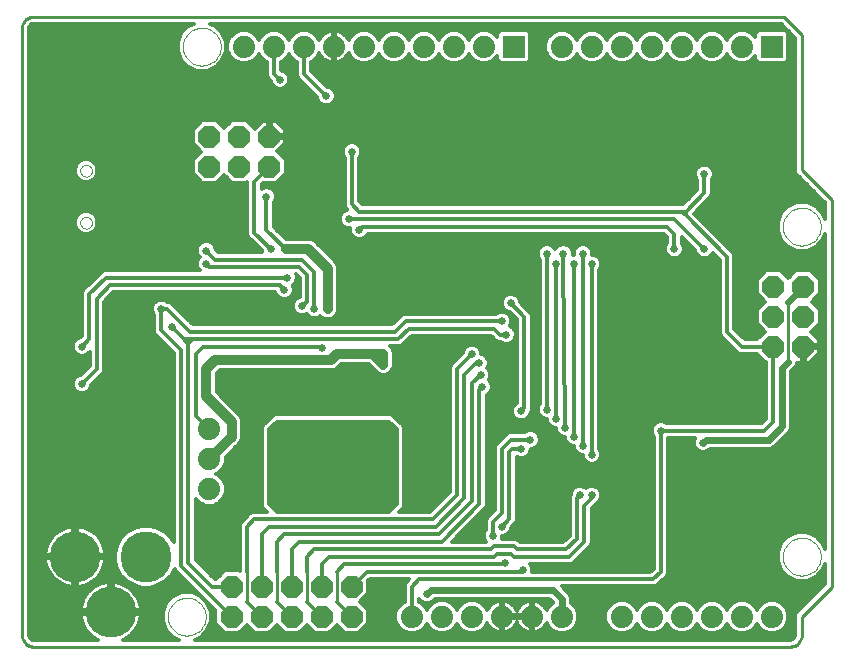
<source format=gbl>
G75*
G70*
%OFA0B0*%
%FSLAX24Y24*%
%IPPOS*%
%LPD*%
%AMOC8*
5,1,8,0,0,1.08239X$1,22.5*
%
%ADD10C,0.0000*%
%ADD11C,0.0100*%
%ADD12C,0.0740*%
%ADD13R,0.0740X0.0740*%
%ADD14OC8,0.0740*%
%ADD15C,0.1700*%
%ADD16C,0.0258*%
%ADD17C,0.0120*%
%ADD18C,0.0240*%
%ADD19C,0.0320*%
D10*
X007319Y001837D02*
X007321Y001887D01*
X007327Y001937D01*
X007337Y001986D01*
X007351Y002034D01*
X007368Y002081D01*
X007389Y002126D01*
X007414Y002170D01*
X007442Y002211D01*
X007474Y002250D01*
X007508Y002287D01*
X007545Y002321D01*
X007585Y002351D01*
X007627Y002378D01*
X007671Y002402D01*
X007717Y002423D01*
X007764Y002439D01*
X007812Y002452D01*
X007862Y002461D01*
X007911Y002466D01*
X007962Y002467D01*
X008012Y002464D01*
X008061Y002457D01*
X008110Y002446D01*
X008158Y002431D01*
X008204Y002413D01*
X008249Y002391D01*
X008292Y002365D01*
X008333Y002336D01*
X008372Y002304D01*
X008408Y002269D01*
X008440Y002231D01*
X008470Y002191D01*
X008497Y002148D01*
X008520Y002104D01*
X008539Y002058D01*
X008555Y002010D01*
X008567Y001961D01*
X008575Y001912D01*
X008579Y001862D01*
X008579Y001812D01*
X008575Y001762D01*
X008567Y001713D01*
X008555Y001664D01*
X008539Y001616D01*
X008520Y001570D01*
X008497Y001526D01*
X008470Y001483D01*
X008440Y001443D01*
X008408Y001405D01*
X008372Y001370D01*
X008333Y001338D01*
X008292Y001309D01*
X008249Y001283D01*
X008204Y001261D01*
X008158Y001243D01*
X008110Y001228D01*
X008061Y001217D01*
X008012Y001210D01*
X007962Y001207D01*
X007911Y001208D01*
X007862Y001213D01*
X007812Y001222D01*
X007764Y001235D01*
X007717Y001251D01*
X007671Y001272D01*
X007627Y001296D01*
X007585Y001323D01*
X007545Y001353D01*
X007508Y001387D01*
X007474Y001424D01*
X007442Y001463D01*
X007414Y001504D01*
X007389Y001548D01*
X007368Y001593D01*
X007351Y001640D01*
X007337Y001688D01*
X007327Y001737D01*
X007321Y001787D01*
X007319Y001837D01*
X004396Y014970D02*
X004398Y014997D01*
X004404Y015024D01*
X004413Y015050D01*
X004426Y015074D01*
X004442Y015097D01*
X004461Y015116D01*
X004483Y015133D01*
X004507Y015147D01*
X004532Y015157D01*
X004559Y015164D01*
X004586Y015167D01*
X004614Y015166D01*
X004641Y015161D01*
X004667Y015153D01*
X004691Y015141D01*
X004714Y015125D01*
X004735Y015107D01*
X004752Y015086D01*
X004767Y015062D01*
X004778Y015037D01*
X004786Y015011D01*
X004790Y014984D01*
X004790Y014956D01*
X004786Y014929D01*
X004778Y014903D01*
X004767Y014878D01*
X004752Y014854D01*
X004735Y014833D01*
X004714Y014815D01*
X004692Y014799D01*
X004667Y014787D01*
X004641Y014779D01*
X004614Y014774D01*
X004586Y014773D01*
X004559Y014776D01*
X004532Y014783D01*
X004507Y014793D01*
X004483Y014807D01*
X004461Y014824D01*
X004442Y014843D01*
X004426Y014866D01*
X004413Y014890D01*
X004404Y014916D01*
X004398Y014943D01*
X004396Y014970D01*
X004396Y016703D02*
X004398Y016730D01*
X004404Y016757D01*
X004413Y016783D01*
X004426Y016807D01*
X004442Y016830D01*
X004461Y016849D01*
X004483Y016866D01*
X004507Y016880D01*
X004532Y016890D01*
X004559Y016897D01*
X004586Y016900D01*
X004614Y016899D01*
X004641Y016894D01*
X004667Y016886D01*
X004691Y016874D01*
X004714Y016858D01*
X004735Y016840D01*
X004752Y016819D01*
X004767Y016795D01*
X004778Y016770D01*
X004786Y016744D01*
X004790Y016717D01*
X004790Y016689D01*
X004786Y016662D01*
X004778Y016636D01*
X004767Y016611D01*
X004752Y016587D01*
X004735Y016566D01*
X004714Y016548D01*
X004692Y016532D01*
X004667Y016520D01*
X004641Y016512D01*
X004614Y016507D01*
X004586Y016506D01*
X004559Y016509D01*
X004532Y016516D01*
X004507Y016526D01*
X004483Y016540D01*
X004461Y016557D01*
X004442Y016576D01*
X004426Y016599D01*
X004413Y016623D01*
X004404Y016649D01*
X004398Y016676D01*
X004396Y016703D01*
X007819Y020837D02*
X007821Y020887D01*
X007827Y020937D01*
X007837Y020986D01*
X007851Y021034D01*
X007868Y021081D01*
X007889Y021126D01*
X007914Y021170D01*
X007942Y021211D01*
X007974Y021250D01*
X008008Y021287D01*
X008045Y021321D01*
X008085Y021351D01*
X008127Y021378D01*
X008171Y021402D01*
X008217Y021423D01*
X008264Y021439D01*
X008312Y021452D01*
X008362Y021461D01*
X008411Y021466D01*
X008462Y021467D01*
X008512Y021464D01*
X008561Y021457D01*
X008610Y021446D01*
X008658Y021431D01*
X008704Y021413D01*
X008749Y021391D01*
X008792Y021365D01*
X008833Y021336D01*
X008872Y021304D01*
X008908Y021269D01*
X008940Y021231D01*
X008970Y021191D01*
X008997Y021148D01*
X009020Y021104D01*
X009039Y021058D01*
X009055Y021010D01*
X009067Y020961D01*
X009075Y020912D01*
X009079Y020862D01*
X009079Y020812D01*
X009075Y020762D01*
X009067Y020713D01*
X009055Y020664D01*
X009039Y020616D01*
X009020Y020570D01*
X008997Y020526D01*
X008970Y020483D01*
X008940Y020443D01*
X008908Y020405D01*
X008872Y020370D01*
X008833Y020338D01*
X008792Y020309D01*
X008749Y020283D01*
X008704Y020261D01*
X008658Y020243D01*
X008610Y020228D01*
X008561Y020217D01*
X008512Y020210D01*
X008462Y020207D01*
X008411Y020208D01*
X008362Y020213D01*
X008312Y020222D01*
X008264Y020235D01*
X008217Y020251D01*
X008171Y020272D01*
X008127Y020296D01*
X008085Y020323D01*
X008045Y020353D01*
X008008Y020387D01*
X007974Y020424D01*
X007942Y020463D01*
X007914Y020504D01*
X007889Y020548D01*
X007868Y020593D01*
X007851Y020640D01*
X007837Y020688D01*
X007827Y020737D01*
X007821Y020787D01*
X007819Y020837D01*
X027819Y014837D02*
X027821Y014887D01*
X027827Y014937D01*
X027837Y014986D01*
X027851Y015034D01*
X027868Y015081D01*
X027889Y015126D01*
X027914Y015170D01*
X027942Y015211D01*
X027974Y015250D01*
X028008Y015287D01*
X028045Y015321D01*
X028085Y015351D01*
X028127Y015378D01*
X028171Y015402D01*
X028217Y015423D01*
X028264Y015439D01*
X028312Y015452D01*
X028362Y015461D01*
X028411Y015466D01*
X028462Y015467D01*
X028512Y015464D01*
X028561Y015457D01*
X028610Y015446D01*
X028658Y015431D01*
X028704Y015413D01*
X028749Y015391D01*
X028792Y015365D01*
X028833Y015336D01*
X028872Y015304D01*
X028908Y015269D01*
X028940Y015231D01*
X028970Y015191D01*
X028997Y015148D01*
X029020Y015104D01*
X029039Y015058D01*
X029055Y015010D01*
X029067Y014961D01*
X029075Y014912D01*
X029079Y014862D01*
X029079Y014812D01*
X029075Y014762D01*
X029067Y014713D01*
X029055Y014664D01*
X029039Y014616D01*
X029020Y014570D01*
X028997Y014526D01*
X028970Y014483D01*
X028940Y014443D01*
X028908Y014405D01*
X028872Y014370D01*
X028833Y014338D01*
X028792Y014309D01*
X028749Y014283D01*
X028704Y014261D01*
X028658Y014243D01*
X028610Y014228D01*
X028561Y014217D01*
X028512Y014210D01*
X028462Y014207D01*
X028411Y014208D01*
X028362Y014213D01*
X028312Y014222D01*
X028264Y014235D01*
X028217Y014251D01*
X028171Y014272D01*
X028127Y014296D01*
X028085Y014323D01*
X028045Y014353D01*
X028008Y014387D01*
X027974Y014424D01*
X027942Y014463D01*
X027914Y014504D01*
X027889Y014548D01*
X027868Y014593D01*
X027851Y014640D01*
X027837Y014688D01*
X027827Y014737D01*
X027821Y014787D01*
X027819Y014837D01*
X027819Y003837D02*
X027821Y003887D01*
X027827Y003937D01*
X027837Y003986D01*
X027851Y004034D01*
X027868Y004081D01*
X027889Y004126D01*
X027914Y004170D01*
X027942Y004211D01*
X027974Y004250D01*
X028008Y004287D01*
X028045Y004321D01*
X028085Y004351D01*
X028127Y004378D01*
X028171Y004402D01*
X028217Y004423D01*
X028264Y004439D01*
X028312Y004452D01*
X028362Y004461D01*
X028411Y004466D01*
X028462Y004467D01*
X028512Y004464D01*
X028561Y004457D01*
X028610Y004446D01*
X028658Y004431D01*
X028704Y004413D01*
X028749Y004391D01*
X028792Y004365D01*
X028833Y004336D01*
X028872Y004304D01*
X028908Y004269D01*
X028940Y004231D01*
X028970Y004191D01*
X028997Y004148D01*
X029020Y004104D01*
X029039Y004058D01*
X029055Y004010D01*
X029067Y003961D01*
X029075Y003912D01*
X029079Y003862D01*
X029079Y003812D01*
X029075Y003762D01*
X029067Y003713D01*
X029055Y003664D01*
X029039Y003616D01*
X029020Y003570D01*
X028997Y003526D01*
X028970Y003483D01*
X028940Y003443D01*
X028908Y003405D01*
X028872Y003370D01*
X028833Y003338D01*
X028792Y003309D01*
X028749Y003283D01*
X028704Y003261D01*
X028658Y003243D01*
X028610Y003228D01*
X028561Y003217D01*
X028512Y003210D01*
X028462Y003207D01*
X028411Y003208D01*
X028362Y003213D01*
X028312Y003222D01*
X028264Y003235D01*
X028217Y003251D01*
X028171Y003272D01*
X028127Y003296D01*
X028085Y003323D01*
X028045Y003353D01*
X028008Y003387D01*
X027974Y003424D01*
X027942Y003463D01*
X027914Y003504D01*
X027889Y003548D01*
X027868Y003593D01*
X027851Y003640D01*
X027837Y003688D01*
X027827Y003737D01*
X027821Y003787D01*
X027819Y003837D01*
D11*
X002449Y001230D02*
X002449Y021443D01*
X002451Y021482D01*
X002457Y021520D01*
X002466Y021557D01*
X002479Y021594D01*
X002496Y021629D01*
X002515Y021662D01*
X002538Y021693D01*
X002564Y021722D01*
X002593Y021748D01*
X002624Y021771D01*
X002657Y021790D01*
X002692Y021807D01*
X002729Y021820D01*
X002766Y021829D01*
X002804Y021835D01*
X002843Y021837D01*
X027849Y021837D01*
X028449Y021237D01*
X028449Y016737D01*
X029449Y015737D01*
X029449Y002837D01*
X028449Y001837D01*
X028449Y001230D01*
X028447Y001191D01*
X028441Y001153D01*
X028432Y001116D01*
X028419Y001079D01*
X028402Y001044D01*
X028383Y001011D01*
X028360Y000980D01*
X028334Y000951D01*
X028305Y000925D01*
X028274Y000902D01*
X028241Y000883D01*
X028206Y000866D01*
X028169Y000853D01*
X028132Y000844D01*
X028094Y000838D01*
X028055Y000836D01*
X028055Y000837D02*
X002843Y000837D01*
X002843Y000836D02*
X002804Y000838D01*
X002766Y000844D01*
X002729Y000853D01*
X002692Y000866D01*
X002657Y000883D01*
X002624Y000902D01*
X002593Y000925D01*
X002564Y000951D01*
X002538Y000980D01*
X002515Y001011D01*
X002496Y001044D01*
X002479Y001079D01*
X002466Y001116D01*
X002457Y001153D01*
X002451Y001191D01*
X002449Y001230D01*
X009949Y002337D02*
X009949Y003337D01*
X010949Y003337D02*
X010949Y002337D01*
X011949Y002337D02*
X011949Y003337D01*
X012949Y003337D02*
X012949Y002337D01*
X027999Y010337D02*
X027999Y012337D01*
D12*
X026449Y020837D03*
X025449Y020837D03*
X024449Y020837D03*
X023449Y020837D03*
X022449Y020837D03*
X021449Y020837D03*
X020449Y020837D03*
X017849Y020837D03*
X016849Y020837D03*
X015849Y020837D03*
X014849Y020837D03*
X013849Y020837D03*
X012849Y020837D03*
X011849Y020837D03*
X010849Y020837D03*
X009849Y020837D03*
X008699Y008087D03*
X008699Y007087D03*
X008699Y006087D03*
X015449Y001837D03*
X016449Y001837D03*
X017449Y001837D03*
X018449Y001837D03*
X019449Y001837D03*
X020449Y001837D03*
X022449Y001837D03*
X023449Y001837D03*
X024449Y001837D03*
X025449Y001837D03*
X026449Y001837D03*
X027449Y001837D03*
D13*
X027449Y020837D03*
X018849Y020837D03*
D14*
X010699Y017837D03*
X009699Y017837D03*
X008699Y017837D03*
X008699Y016837D03*
X009699Y016837D03*
X010699Y016837D03*
X027499Y012837D03*
X028499Y012837D03*
X028499Y011837D03*
X027499Y011837D03*
X027499Y010837D03*
X028499Y010837D03*
X013449Y002837D03*
X012449Y002837D03*
X011449Y002837D03*
X010449Y002837D03*
X009449Y002837D03*
X009449Y001837D03*
X010449Y001837D03*
X011449Y001837D03*
X012449Y001837D03*
X013449Y001837D03*
D15*
X006593Y003837D03*
X005412Y001986D03*
X004231Y003837D03*
D16*
X008399Y005037D03*
X009399Y005037D03*
X009649Y007287D03*
X010149Y008287D03*
X011199Y008087D03*
X012199Y008087D03*
X013199Y008087D03*
X013699Y007587D03*
X014199Y008087D03*
X014699Y007587D03*
X014199Y007087D03*
X013699Y006587D03*
X014199Y006087D03*
X014699Y006587D03*
X015449Y006587D03*
X014699Y005587D03*
X013699Y005587D03*
X015449Y007587D03*
X016599Y007987D03*
X017799Y009487D03*
X017749Y009887D03*
X017699Y010287D03*
X017449Y010587D03*
X016799Y010587D03*
X016049Y010587D03*
X014499Y010587D03*
X014499Y010237D03*
X013399Y008787D03*
X012449Y010787D03*
X012649Y012087D03*
X012199Y012087D03*
X011799Y012187D03*
X011199Y012187D03*
X011199Y012737D03*
X011299Y013137D03*
X010749Y014087D03*
X009599Y014637D03*
X008599Y014037D03*
X008599Y013587D03*
X009199Y012337D03*
X007449Y011487D03*
X007099Y012087D03*
X006199Y010837D03*
X004449Y010837D03*
X003199Y010837D03*
X004449Y009587D03*
X007199Y008337D03*
X013699Y014737D03*
X013349Y015087D03*
X011199Y015437D03*
X010599Y015837D03*
X011249Y016287D03*
X013449Y017337D03*
X012599Y019187D03*
X011049Y019737D03*
X009199Y019587D03*
X008449Y019587D03*
X005199Y018587D03*
X004199Y018587D03*
X015949Y016337D03*
X016949Y016337D03*
X016949Y014337D03*
X017699Y014337D03*
X019949Y013937D03*
X020249Y013587D03*
X020499Y013937D03*
X020849Y013587D03*
X021149Y013937D03*
X021449Y013587D03*
X024199Y014087D03*
X025199Y014087D03*
X026699Y013837D03*
X027199Y015337D03*
X027699Y016337D03*
X025199Y016587D03*
X024499Y016637D03*
X018749Y012287D03*
X018449Y011687D03*
X018599Y011237D03*
X017699Y012337D03*
X016949Y012337D03*
X019599Y009837D03*
X019949Y008737D03*
X020249Y008437D03*
X020549Y008137D03*
X020849Y007837D03*
X021149Y007537D03*
X021449Y007237D03*
X021449Y005887D03*
X021049Y005887D03*
X022449Y005087D03*
X023199Y005087D03*
X024699Y005087D03*
X025699Y005087D03*
X025699Y007087D03*
X026449Y007087D03*
X025149Y007637D03*
X023749Y008037D03*
X022099Y009987D03*
X019099Y008687D03*
X019399Y007737D03*
X019099Y007437D03*
X019699Y007337D03*
X018449Y004837D03*
X018149Y004537D03*
X018549Y003637D03*
X019149Y003387D03*
X015949Y002587D03*
X026949Y008837D03*
X026949Y009587D03*
X028699Y009587D03*
X028699Y008837D03*
X025199Y011837D03*
X026699Y012087D03*
D17*
X026949Y012064D02*
X026949Y011609D01*
X027221Y011337D01*
X026961Y011076D01*
X026549Y011076D01*
X026189Y011436D01*
X026189Y013789D01*
X026189Y013884D01*
X026153Y013972D01*
X024851Y015274D01*
X025335Y015757D01*
X025403Y015825D01*
X025439Y015913D01*
X025439Y016390D01*
X025461Y016412D01*
X025508Y016525D01*
X025508Y016648D01*
X025461Y016761D01*
X025374Y016848D01*
X025261Y016895D01*
X025138Y016895D01*
X025024Y016848D01*
X024937Y016761D01*
X024890Y016648D01*
X024890Y016525D01*
X024937Y016412D01*
X024959Y016390D01*
X024959Y016060D01*
X024476Y015576D01*
X024401Y015576D01*
X013799Y015576D01*
X013689Y015686D01*
X013689Y017140D01*
X013711Y017162D01*
X013758Y017275D01*
X013758Y017398D01*
X013711Y017511D01*
X013624Y017598D01*
X013511Y017645D01*
X013388Y017645D01*
X013274Y017598D01*
X013187Y017511D01*
X013140Y017398D01*
X013140Y017275D01*
X013187Y017162D01*
X013209Y017140D01*
X013209Y015634D01*
X013209Y015539D01*
X013246Y015451D01*
X013301Y015395D01*
X013288Y015395D01*
X013174Y015348D01*
X013087Y015261D01*
X013040Y015148D01*
X013040Y015025D01*
X013087Y014912D01*
X013174Y014825D01*
X010850Y014825D01*
X010839Y014836D02*
X010839Y015640D01*
X010861Y015662D01*
X010908Y015775D01*
X010908Y015898D01*
X010861Y016011D01*
X010774Y016098D01*
X010661Y016145D01*
X010538Y016145D01*
X010439Y016105D01*
X010439Y016237D01*
X010489Y016287D01*
X010927Y016287D01*
X011249Y016609D01*
X011249Y017064D01*
X010963Y017351D01*
X011229Y017617D01*
X011229Y017796D01*
X010739Y017796D01*
X010739Y017877D01*
X010659Y017877D01*
X010659Y018366D01*
X010480Y018366D01*
X010213Y018100D01*
X009927Y018386D01*
X009471Y018386D01*
X009199Y018114D01*
X008927Y018386D01*
X008471Y018386D01*
X008149Y018064D01*
X008149Y017609D01*
X008421Y017336D01*
X008149Y017064D01*
X008149Y016609D01*
X008471Y016287D01*
X008927Y016287D01*
X009199Y016559D01*
X009471Y016287D01*
X009927Y016287D01*
X009959Y016319D01*
X009959Y014684D01*
X009959Y014589D01*
X009996Y014501D01*
X010440Y014056D01*
X010440Y014025D01*
X010460Y013976D01*
X008999Y013976D01*
X008908Y014067D01*
X008908Y014098D01*
X008861Y014211D01*
X008774Y014298D01*
X008661Y014345D01*
X008538Y014345D01*
X008424Y014298D01*
X008337Y014211D01*
X008290Y014098D01*
X008290Y013975D01*
X008337Y013862D01*
X008387Y013812D01*
X008337Y013761D01*
X008290Y013648D01*
X008290Y013525D01*
X008337Y013412D01*
X008372Y013376D01*
X005201Y013376D01*
X005113Y013340D01*
X005046Y013272D01*
X004563Y012790D01*
X004496Y012722D01*
X004459Y012634D01*
X004459Y011186D01*
X004419Y011145D01*
X004388Y011145D01*
X004274Y011098D01*
X004187Y011011D01*
X004140Y010898D01*
X004140Y010775D01*
X004187Y010662D01*
X004274Y010575D01*
X004388Y010528D01*
X004511Y010528D01*
X004624Y010575D01*
X004709Y010660D01*
X004709Y010186D01*
X004419Y009895D01*
X004388Y009895D01*
X004274Y009848D01*
X004187Y009761D01*
X004140Y009648D01*
X004140Y009525D01*
X004187Y009412D01*
X004274Y009325D01*
X004388Y009278D01*
X004511Y009278D01*
X004624Y009325D01*
X004711Y009412D01*
X004758Y009525D01*
X004758Y009556D01*
X005085Y009883D01*
X005153Y009951D01*
X005189Y010039D01*
X005189Y012337D01*
X005499Y012647D01*
X010902Y012647D01*
X010937Y012562D01*
X011024Y012475D01*
X011138Y012428D01*
X011261Y012428D01*
X011374Y012475D01*
X011461Y012562D01*
X011508Y012675D01*
X011508Y012798D01*
X011476Y012876D01*
X011561Y012962D01*
X011608Y013075D01*
X011608Y013198D01*
X011588Y013247D01*
X011600Y013247D01*
X011709Y013137D01*
X011709Y012484D01*
X011624Y012448D01*
X011537Y012361D01*
X011490Y012248D01*
X011490Y012125D01*
X011537Y012012D01*
X011624Y011925D01*
X011738Y011878D01*
X011861Y011878D01*
X011939Y011910D01*
X012024Y011825D01*
X012138Y011778D01*
X012261Y011778D01*
X012374Y011825D01*
X012402Y011853D01*
X012457Y011798D01*
X012581Y011747D01*
X012717Y011747D01*
X012842Y011798D01*
X012937Y011894D01*
X012989Y012019D01*
X012989Y013504D01*
X012937Y013629D01*
X012842Y013725D01*
X012192Y014375D01*
X012067Y014426D01*
X011931Y014426D01*
X011249Y014426D01*
X010839Y014836D01*
X010839Y014943D02*
X013074Y014943D01*
X013040Y015062D02*
X010839Y015062D01*
X010839Y015180D02*
X013054Y015180D01*
X013125Y015299D02*
X010839Y015299D01*
X010839Y015417D02*
X013279Y015417D01*
X013210Y015536D02*
X010839Y015536D01*
X010854Y015654D02*
X013209Y015654D01*
X013209Y015773D02*
X010907Y015773D01*
X010908Y015892D02*
X013209Y015892D01*
X013209Y016010D02*
X010862Y016010D01*
X010701Y016129D02*
X013209Y016129D01*
X013209Y016247D02*
X010449Y016247D01*
X010439Y016129D02*
X010497Y016129D01*
X010599Y015837D02*
X010599Y014737D01*
X011249Y014087D01*
X010749Y014087D02*
X010199Y014637D01*
X010199Y016337D01*
X010699Y016837D01*
X011249Y016840D02*
X013209Y016840D01*
X013209Y016958D02*
X011249Y016958D01*
X011236Y017077D02*
X013209Y017077D01*
X013173Y017196D02*
X011118Y017196D01*
X010999Y017314D02*
X013140Y017314D01*
X013155Y017433D02*
X011045Y017433D01*
X011163Y017551D02*
X013227Y017551D01*
X013449Y017337D02*
X013449Y015587D01*
X013699Y015337D01*
X024449Y015337D01*
X024575Y015337D01*
X024575Y015211D01*
X025949Y013837D01*
X025949Y011337D01*
X026449Y010837D01*
X027499Y010837D01*
X027499Y008337D01*
X027199Y008037D01*
X023749Y008037D01*
X023749Y003337D01*
X023499Y003087D01*
X015699Y003087D01*
X015449Y002837D01*
X015449Y001837D01*
X015949Y002067D02*
X015915Y002148D01*
X015761Y002303D01*
X015689Y002332D01*
X015689Y002410D01*
X015774Y002325D01*
X015888Y002278D01*
X016011Y002278D01*
X016124Y002325D01*
X016211Y002412D01*
X016220Y002433D01*
X016223Y002437D01*
X020025Y002437D01*
X020149Y002312D01*
X020149Y002308D01*
X020138Y002303D01*
X019983Y002148D01*
X019939Y002042D01*
X019902Y002114D01*
X019853Y002182D01*
X019794Y002241D01*
X019727Y002290D01*
X019653Y002328D01*
X019573Y002353D01*
X019491Y002366D01*
X019489Y002366D01*
X019489Y001877D01*
X019409Y001877D01*
X019409Y002366D01*
X019407Y002366D01*
X019325Y002353D01*
X019246Y002328D01*
X019171Y002290D01*
X019104Y002241D01*
X019045Y002182D01*
X018996Y002114D01*
X018958Y002040D01*
X018949Y002013D01*
X018940Y002040D01*
X018902Y002114D01*
X018853Y002182D01*
X018794Y002241D01*
X018727Y002290D01*
X018653Y002328D01*
X018573Y002353D01*
X018491Y002366D01*
X018489Y002366D01*
X018489Y001877D01*
X018409Y001877D01*
X018409Y002366D01*
X018407Y002366D01*
X018325Y002353D01*
X018246Y002328D01*
X018171Y002290D01*
X018104Y002241D01*
X018045Y002182D01*
X017996Y002114D01*
X017959Y002042D01*
X017915Y002148D01*
X017761Y002303D01*
X017559Y002386D01*
X017340Y002386D01*
X017138Y002303D01*
X016983Y002148D01*
X016949Y002067D01*
X016915Y002148D01*
X016761Y002303D01*
X016559Y002386D01*
X016340Y002386D01*
X016138Y002303D01*
X015983Y002148D01*
X015949Y002067D01*
X015919Y002141D02*
X015980Y002141D01*
X016094Y002259D02*
X015804Y002259D01*
X015721Y002378D02*
X015689Y002378D01*
X016177Y002378D02*
X016318Y002378D01*
X016580Y002378D02*
X017318Y002378D01*
X017094Y002259D02*
X016804Y002259D01*
X016919Y002141D02*
X016980Y002141D01*
X016949Y001606D02*
X016983Y001525D01*
X017138Y001370D01*
X017340Y001287D01*
X017559Y001287D01*
X017761Y001370D01*
X017915Y001525D01*
X017959Y001631D01*
X017996Y001559D01*
X018045Y001491D01*
X018104Y001432D01*
X018171Y001383D01*
X018246Y001345D01*
X018325Y001320D01*
X018407Y001307D01*
X018409Y001307D01*
X018409Y001796D01*
X018489Y001796D01*
X018489Y001307D01*
X018491Y001307D01*
X018573Y001320D01*
X018653Y001345D01*
X018727Y001383D01*
X018794Y001432D01*
X018853Y001491D01*
X018902Y001559D01*
X018940Y001633D01*
X018949Y001660D01*
X018958Y001633D01*
X018996Y001559D01*
X019045Y001491D01*
X019104Y001432D01*
X019171Y001383D01*
X019246Y001345D01*
X019325Y001320D01*
X019407Y001307D01*
X019409Y001307D01*
X019409Y001796D01*
X019489Y001796D01*
X019489Y001307D01*
X019491Y001307D01*
X019573Y001320D01*
X019653Y001345D01*
X019727Y001383D01*
X019794Y001432D01*
X019853Y001491D01*
X019902Y001559D01*
X019939Y001631D01*
X019983Y001525D01*
X020138Y001370D01*
X020340Y001287D01*
X020559Y001287D01*
X020761Y001370D01*
X020915Y001525D01*
X020999Y001727D01*
X020999Y001946D01*
X020915Y002148D01*
X020761Y002303D01*
X020749Y002308D01*
X020749Y002377D01*
X020749Y002496D01*
X028784Y002496D01*
X028902Y002615D02*
X020695Y002615D01*
X020703Y002606D02*
X020463Y002847D01*
X023451Y002847D01*
X023547Y002847D01*
X023635Y002883D01*
X023885Y003133D01*
X023953Y003201D01*
X023989Y003289D01*
X023989Y007797D01*
X024881Y007797D01*
X024840Y007698D01*
X024840Y007575D01*
X024887Y007462D01*
X024974Y007375D01*
X025088Y007328D01*
X025211Y007328D01*
X025324Y007375D01*
X025386Y007437D01*
X027289Y007437D01*
X027409Y007437D01*
X027519Y007482D01*
X027969Y007932D01*
X028053Y008017D01*
X028099Y008127D01*
X028099Y010012D01*
X028253Y010167D01*
X028299Y010277D01*
X028299Y010307D01*
X028459Y010307D01*
X028459Y010796D01*
X028539Y010796D01*
X028539Y010307D01*
X028719Y010307D01*
X029029Y010617D01*
X029029Y010796D01*
X028539Y010796D01*
X028539Y010877D01*
X029029Y010877D01*
X029029Y011056D01*
X028763Y011322D01*
X029049Y011609D01*
X029049Y012064D01*
X028777Y012337D01*
X029049Y012609D01*
X029049Y013064D01*
X028727Y013386D01*
X028271Y013386D01*
X027999Y013114D01*
X027727Y013386D01*
X027271Y013386D01*
X026949Y013064D01*
X026949Y012609D01*
X027221Y012337D01*
X026949Y012064D01*
X026983Y012098D02*
X026189Y012098D01*
X026189Y011980D02*
X026949Y011980D01*
X026949Y011861D02*
X026189Y011861D01*
X026189Y011743D02*
X026949Y011743D01*
X026949Y011624D02*
X026189Y011624D01*
X026189Y011505D02*
X027052Y011505D01*
X027171Y011387D02*
X026238Y011387D01*
X026357Y011268D02*
X027153Y011268D01*
X027035Y011150D02*
X026475Y011150D01*
X026152Y010794D02*
X021689Y010794D01*
X021689Y010676D02*
X026271Y010676D01*
X026246Y010701D02*
X026313Y010633D01*
X026401Y010597D01*
X026961Y010597D01*
X027259Y010299D01*
X027259Y008436D01*
X027100Y008276D01*
X023946Y008276D01*
X023924Y008298D01*
X023811Y008345D01*
X023688Y008345D01*
X023574Y008298D01*
X023487Y008211D01*
X023440Y008098D01*
X023440Y007975D01*
X023487Y007862D01*
X023509Y007840D01*
X023509Y003436D01*
X023400Y003326D01*
X019458Y003326D01*
X019458Y003448D01*
X019411Y003561D01*
X019376Y003597D01*
X020651Y003597D01*
X020747Y003597D01*
X020835Y003633D01*
X021335Y004133D01*
X021403Y004201D01*
X021439Y004289D01*
X021439Y005437D01*
X021585Y005583D01*
X021653Y005651D01*
X021654Y005655D01*
X021711Y005712D01*
X021758Y005825D01*
X021758Y005948D01*
X021711Y006061D01*
X021624Y006148D01*
X021511Y006195D01*
X021388Y006195D01*
X021274Y006148D01*
X021249Y006123D01*
X021224Y006148D01*
X021111Y006195D01*
X020988Y006195D01*
X020874Y006148D01*
X020787Y006061D01*
X020740Y005948D01*
X020740Y005909D01*
X020709Y005834D01*
X020709Y005739D01*
X020709Y004536D01*
X020500Y004326D01*
X019049Y004326D01*
X018985Y004390D01*
X018897Y004426D01*
X018801Y004426D01*
X018438Y004426D01*
X018458Y004475D01*
X018458Y004528D01*
X018511Y004528D01*
X018624Y004575D01*
X018711Y004662D01*
X018758Y004775D01*
X018758Y004806D01*
X018903Y004951D01*
X018939Y005039D01*
X018939Y005134D01*
X018939Y007169D01*
X019038Y007128D01*
X019161Y007128D01*
X019274Y007175D01*
X019361Y007262D01*
X019408Y007375D01*
X019408Y007428D01*
X019461Y007428D01*
X019574Y007475D01*
X019661Y007562D01*
X019708Y007675D01*
X019708Y007798D01*
X019661Y007911D01*
X019574Y007998D01*
X019461Y008045D01*
X019338Y008045D01*
X019224Y007998D01*
X019202Y007976D01*
X018797Y007976D01*
X018701Y007976D01*
X018613Y007940D01*
X018313Y007640D01*
X018246Y007572D01*
X018209Y007484D01*
X018209Y005386D01*
X018013Y005190D01*
X017946Y005122D01*
X017909Y005034D01*
X017909Y004733D01*
X017887Y004711D01*
X017840Y004598D01*
X017840Y004475D01*
X017887Y004362D01*
X017922Y004326D01*
X016778Y004326D01*
X017835Y005383D01*
X017903Y005451D01*
X017939Y005539D01*
X017939Y009210D01*
X017974Y009225D01*
X018061Y009312D01*
X018108Y009425D01*
X018108Y009548D01*
X018061Y009661D01*
X018011Y009711D01*
X018011Y009712D01*
X018058Y009825D01*
X018058Y009948D01*
X018011Y010061D01*
X017961Y010111D01*
X017961Y010112D01*
X018008Y010225D01*
X018008Y010348D01*
X017961Y010461D01*
X017874Y010548D01*
X017761Y010595D01*
X017758Y010595D01*
X017758Y010648D01*
X017711Y010761D01*
X017624Y010848D01*
X017511Y010895D01*
X017388Y010895D01*
X017274Y010848D01*
X017187Y010761D01*
X017140Y010648D01*
X017140Y010617D01*
X016746Y010222D01*
X016709Y010134D01*
X016709Y010039D01*
X016709Y005986D01*
X016050Y005326D01*
X015028Y005326D01*
X015153Y005451D01*
X015189Y005539D01*
X015189Y005634D01*
X015189Y008134D01*
X015153Y008222D01*
X015085Y008290D01*
X014835Y008540D01*
X014747Y008576D01*
X014651Y008576D01*
X010901Y008576D01*
X010813Y008540D01*
X010746Y008472D01*
X010563Y008290D01*
X010496Y008222D01*
X010459Y008134D01*
X010459Y005539D01*
X010496Y005451D01*
X010563Y005383D01*
X010620Y005326D01*
X010151Y005326D01*
X010063Y005290D01*
X009996Y005222D01*
X009813Y005040D01*
X009746Y004972D01*
X009709Y004884D01*
X009709Y003354D01*
X009677Y003386D01*
X009221Y003386D01*
X008911Y003076D01*
X008899Y003076D01*
X008239Y003736D01*
X008239Y005769D01*
X008388Y005620D01*
X008590Y005537D01*
X008809Y005537D01*
X009011Y005620D01*
X009165Y005775D01*
X009249Y005977D01*
X009249Y006196D01*
X009165Y006398D01*
X009011Y006553D01*
X008929Y006586D01*
X009011Y006620D01*
X009165Y006775D01*
X009249Y006977D01*
X009249Y007156D01*
X009642Y007548D01*
X009737Y007644D01*
X009789Y007769D01*
X009789Y008269D01*
X009789Y008404D01*
X009737Y008529D01*
X008939Y009327D01*
X008939Y009946D01*
X009040Y010047D01*
X012681Y010047D01*
X012817Y010047D01*
X012942Y010098D01*
X013090Y010247D01*
X014008Y010247D01*
X014307Y009948D01*
X014431Y009897D01*
X014567Y009897D01*
X014692Y009948D01*
X014787Y010044D01*
X014839Y010169D01*
X014839Y010304D01*
X014839Y010654D01*
X014787Y010779D01*
X014720Y010847D01*
X014951Y010847D01*
X015047Y010847D01*
X015135Y010883D01*
X015449Y011197D01*
X018100Y011197D01*
X018196Y011101D01*
X018263Y011033D01*
X018351Y010997D01*
X018402Y010997D01*
X018424Y010975D01*
X018538Y010928D01*
X018661Y010928D01*
X018774Y010975D01*
X018861Y011062D01*
X018908Y011175D01*
X018908Y011298D01*
X018861Y011411D01*
X018774Y011498D01*
X018716Y011523D01*
X018758Y011625D01*
X018758Y011748D01*
X018711Y011861D01*
X018835Y011861D01*
X018711Y011861D02*
X018624Y011948D01*
X018511Y011995D01*
X018388Y011995D01*
X018274Y011948D01*
X018252Y011926D01*
X015201Y011926D01*
X015113Y011890D01*
X015046Y011822D01*
X014800Y011576D01*
X008149Y011576D01*
X007435Y012290D01*
X007347Y012326D01*
X007296Y012326D01*
X007274Y012348D01*
X007161Y012395D01*
X007038Y012395D01*
X006924Y012348D01*
X006837Y012261D01*
X006790Y012148D01*
X006790Y012025D01*
X006837Y011912D01*
X006859Y011890D01*
X006859Y011339D01*
X006896Y011251D01*
X006963Y011183D01*
X007509Y010637D01*
X007509Y004309D01*
X007417Y004469D01*
X007225Y004661D01*
X006990Y004796D01*
X006728Y004866D01*
X006457Y004866D01*
X006195Y004796D01*
X005960Y004661D01*
X005769Y004469D01*
X005633Y004234D01*
X005563Y003972D01*
X005563Y003701D01*
X005633Y003439D01*
X005769Y003204D01*
X005960Y003012D01*
X006195Y002877D01*
X006457Y002807D01*
X006728Y002807D01*
X006990Y002877D01*
X007225Y003012D01*
X007417Y003204D01*
X007539Y003416D01*
X007546Y003401D01*
X007613Y003333D01*
X008899Y002047D01*
X008899Y001609D01*
X009221Y001287D01*
X009677Y001287D01*
X009949Y001559D01*
X010221Y001287D01*
X010677Y001287D01*
X010949Y001559D01*
X011221Y001287D01*
X011677Y001287D01*
X011949Y001559D01*
X012221Y001287D01*
X012677Y001287D01*
X012949Y001559D01*
X013221Y001287D01*
X013677Y001287D01*
X013999Y001609D01*
X013999Y002064D01*
X013727Y002336D01*
X013999Y002609D01*
X013999Y003047D01*
X014049Y003097D01*
X015370Y003097D01*
X015246Y002972D01*
X015209Y002884D01*
X015209Y002789D01*
X015209Y002332D01*
X015138Y002303D01*
X014983Y002148D01*
X014899Y001946D01*
X014899Y001727D01*
X014983Y001525D01*
X015138Y001370D01*
X015340Y001287D01*
X015559Y001287D01*
X015761Y001370D01*
X015915Y001525D01*
X015949Y001606D01*
X015983Y001525D01*
X016138Y001370D01*
X016340Y001287D01*
X016559Y001287D01*
X016761Y001370D01*
X016915Y001525D01*
X016949Y001606D01*
X016925Y001548D02*
X016973Y001548D01*
X017079Y001429D02*
X016820Y001429D01*
X016617Y001311D02*
X017281Y001311D01*
X017617Y001311D02*
X018381Y001311D01*
X018409Y001311D02*
X018489Y001311D01*
X018517Y001311D02*
X019381Y001311D01*
X019409Y001311D02*
X019489Y001311D01*
X019517Y001311D02*
X020281Y001311D01*
X020079Y001429D02*
X019790Y001429D01*
X019894Y001548D02*
X019973Y001548D01*
X019489Y001548D02*
X019409Y001548D01*
X019409Y001666D02*
X019489Y001666D01*
X019489Y001785D02*
X019409Y001785D01*
X019409Y001796D02*
X018919Y001796D01*
X018489Y001796D01*
X018489Y001877D01*
X018919Y001877D01*
X019409Y001877D01*
X019409Y001796D01*
X019409Y001903D02*
X019489Y001903D01*
X019489Y002022D02*
X019409Y002022D01*
X019409Y002141D02*
X019489Y002141D01*
X019489Y002259D02*
X019409Y002259D01*
X019129Y002259D02*
X018769Y002259D01*
X018883Y002141D02*
X019015Y002141D01*
X018952Y002022D02*
X018946Y002022D01*
X018489Y002022D02*
X018409Y002022D01*
X018409Y002141D02*
X018489Y002141D01*
X018489Y002259D02*
X018409Y002259D01*
X018129Y002259D02*
X017804Y002259D01*
X017919Y002141D02*
X018015Y002141D01*
X017580Y002378D02*
X020084Y002378D01*
X020094Y002259D02*
X019769Y002259D01*
X019883Y002141D02*
X019980Y002141D01*
X020749Y002378D02*
X022318Y002378D01*
X022340Y002386D02*
X022138Y002303D01*
X021983Y002148D01*
X021899Y001946D01*
X021899Y001727D01*
X021983Y001525D01*
X022138Y001370D01*
X022340Y001287D01*
X022559Y001287D01*
X022761Y001370D01*
X022915Y001525D01*
X022949Y001606D01*
X022983Y001525D01*
X023138Y001370D01*
X023340Y001287D01*
X023559Y001287D01*
X023761Y001370D01*
X023915Y001525D01*
X023949Y001606D01*
X023983Y001525D01*
X024138Y001370D01*
X024340Y001287D01*
X024559Y001287D01*
X024761Y001370D01*
X024915Y001525D01*
X024949Y001606D01*
X024983Y001525D01*
X025138Y001370D01*
X025340Y001287D01*
X025559Y001287D01*
X025761Y001370D01*
X025915Y001525D01*
X025949Y001606D01*
X025983Y001525D01*
X026138Y001370D01*
X026340Y001287D01*
X026559Y001287D01*
X026761Y001370D01*
X026915Y001525D01*
X026949Y001606D01*
X026983Y001525D01*
X027138Y001370D01*
X027340Y001287D01*
X027559Y001287D01*
X027761Y001370D01*
X027915Y001525D01*
X027999Y001727D01*
X027999Y001946D01*
X027915Y002148D01*
X027761Y002303D01*
X027559Y002386D01*
X027340Y002386D01*
X027138Y002303D01*
X026983Y002148D01*
X026949Y002067D01*
X026915Y002148D01*
X026761Y002303D01*
X026559Y002386D01*
X026340Y002386D01*
X026138Y002303D01*
X025983Y002148D01*
X025949Y002067D01*
X025915Y002148D01*
X025761Y002303D01*
X025559Y002386D01*
X025340Y002386D01*
X025138Y002303D01*
X024983Y002148D01*
X024949Y002067D01*
X024915Y002148D01*
X024761Y002303D01*
X024559Y002386D01*
X024340Y002386D01*
X024138Y002303D01*
X023983Y002148D01*
X023949Y002067D01*
X023915Y002148D01*
X023761Y002303D01*
X023559Y002386D01*
X023340Y002386D01*
X023138Y002303D01*
X022983Y002148D01*
X022949Y002067D01*
X022915Y002148D01*
X022761Y002303D01*
X022559Y002386D01*
X022340Y002386D01*
X022580Y002378D02*
X023318Y002378D01*
X023094Y002259D02*
X022804Y002259D01*
X022919Y002141D02*
X022980Y002141D01*
X023580Y002378D02*
X024318Y002378D01*
X024094Y002259D02*
X023804Y002259D01*
X023919Y002141D02*
X023980Y002141D01*
X024580Y002378D02*
X025318Y002378D01*
X025094Y002259D02*
X024804Y002259D01*
X024919Y002141D02*
X024980Y002141D01*
X025580Y002378D02*
X026318Y002378D01*
X026094Y002259D02*
X025804Y002259D01*
X025919Y002141D02*
X025980Y002141D01*
X026580Y002378D02*
X027318Y002378D01*
X027094Y002259D02*
X026804Y002259D01*
X026919Y002141D02*
X026980Y002141D01*
X027580Y002378D02*
X028665Y002378D01*
X028546Y002259D02*
X027804Y002259D01*
X027919Y002141D02*
X028428Y002141D01*
X028354Y002066D02*
X028219Y001932D01*
X028219Y001325D01*
X028219Y001230D01*
X028216Y001198D01*
X028192Y001139D01*
X028146Y001094D01*
X028087Y001070D01*
X028055Y001066D01*
X008206Y001066D01*
X008408Y001150D01*
X008636Y001378D01*
X008759Y001675D01*
X008759Y001998D01*
X008636Y002295D01*
X008408Y002523D01*
X008110Y002646D01*
X007788Y002646D01*
X007490Y002523D01*
X007263Y002295D01*
X007139Y001998D01*
X007139Y001675D01*
X007263Y001378D01*
X007490Y001150D01*
X007692Y001066D01*
X005830Y001066D01*
X005901Y001101D01*
X005997Y001161D01*
X006086Y001232D01*
X006166Y001312D01*
X006237Y001401D01*
X006297Y001497D01*
X006346Y001599D01*
X006384Y001706D01*
X006409Y001817D01*
X006421Y001926D01*
X005472Y001926D01*
X005472Y002046D01*
X006421Y002046D01*
X006409Y002156D01*
X006384Y002266D01*
X006346Y002373D01*
X006297Y002475D01*
X006237Y002571D01*
X006166Y002660D01*
X006086Y002740D01*
X005997Y002811D01*
X005901Y002871D01*
X005799Y002921D01*
X005692Y002958D01*
X005581Y002983D01*
X005472Y002996D01*
X005472Y002046D01*
X005352Y002046D01*
X005352Y002996D01*
X005242Y002983D01*
X005132Y002958D01*
X005025Y002921D01*
X004922Y002871D01*
X004826Y002811D01*
X004738Y002740D01*
X004657Y002660D01*
X004587Y002571D01*
X004526Y002475D01*
X004477Y002373D01*
X004440Y002266D01*
X004414Y002156D01*
X004402Y002046D01*
X005352Y002046D01*
X005352Y001926D01*
X004402Y001926D01*
X004414Y001817D01*
X004440Y001706D01*
X004477Y001599D01*
X004526Y001497D01*
X004587Y001401D01*
X004657Y001312D01*
X004738Y001232D01*
X004826Y001161D01*
X004922Y001101D01*
X004994Y001066D01*
X002938Y001066D01*
X002843Y001066D01*
X002811Y001070D01*
X002752Y001094D01*
X002707Y001139D01*
X002682Y001198D01*
X002679Y001230D01*
X002679Y021348D01*
X002679Y021443D01*
X002682Y021475D01*
X002707Y021534D01*
X002752Y021579D01*
X002811Y021603D01*
X002843Y021607D01*
X008192Y021607D01*
X007990Y021523D01*
X007763Y021295D01*
X007639Y020998D01*
X007639Y020675D01*
X007763Y020378D01*
X007990Y020150D01*
X008288Y020027D01*
X008610Y020027D01*
X008908Y020150D01*
X009136Y020378D01*
X009259Y020675D01*
X009259Y020998D01*
X009136Y021295D01*
X008908Y021523D01*
X008706Y021607D01*
X027754Y021607D01*
X028219Y021141D01*
X028219Y016641D01*
X028354Y016507D01*
X029219Y015641D01*
X029219Y015094D01*
X029136Y015295D01*
X028908Y015523D01*
X028610Y015646D01*
X028288Y015646D01*
X027990Y015523D01*
X027763Y015295D01*
X027639Y014998D01*
X027639Y014675D01*
X027763Y014378D01*
X027990Y014150D01*
X028288Y014027D01*
X028610Y014027D01*
X028908Y014150D01*
X029136Y014378D01*
X029219Y014579D01*
X029219Y004094D01*
X029136Y004295D01*
X028908Y004523D01*
X028610Y004646D01*
X028288Y004646D01*
X027990Y004523D01*
X027763Y004295D01*
X027639Y003998D01*
X027639Y003675D01*
X027763Y003378D01*
X027990Y003150D01*
X028288Y003027D01*
X028610Y003027D01*
X028908Y003150D01*
X029136Y003378D01*
X029219Y003579D01*
X029219Y002932D01*
X028354Y002066D01*
X028309Y002022D02*
X027968Y002022D01*
X027999Y001903D02*
X028219Y001903D01*
X028219Y001785D02*
X027999Y001785D01*
X027974Y001666D02*
X028219Y001666D01*
X028219Y001548D02*
X027925Y001548D01*
X027820Y001429D02*
X028219Y001429D01*
X028219Y001311D02*
X027617Y001311D01*
X027281Y001311D02*
X026617Y001311D01*
X026820Y001429D02*
X027079Y001429D01*
X026973Y001548D02*
X026925Y001548D01*
X026281Y001311D02*
X025617Y001311D01*
X025820Y001429D02*
X026079Y001429D01*
X025973Y001548D02*
X025925Y001548D01*
X025281Y001311D02*
X024617Y001311D01*
X024820Y001429D02*
X025079Y001429D01*
X024973Y001548D02*
X024925Y001548D01*
X024281Y001311D02*
X023617Y001311D01*
X023820Y001429D02*
X024079Y001429D01*
X023973Y001548D02*
X023925Y001548D01*
X023281Y001311D02*
X022617Y001311D01*
X022820Y001429D02*
X023079Y001429D01*
X022973Y001548D02*
X022925Y001548D01*
X022281Y001311D02*
X020617Y001311D01*
X020820Y001429D02*
X022079Y001429D01*
X021973Y001548D02*
X020925Y001548D01*
X020974Y001666D02*
X021924Y001666D01*
X021899Y001785D02*
X020999Y001785D01*
X020999Y001903D02*
X021899Y001903D01*
X021931Y002022D02*
X020968Y002022D01*
X020919Y002141D02*
X021980Y002141D01*
X022094Y002259D02*
X020804Y002259D01*
X020749Y002496D02*
X020703Y002606D01*
X020577Y002733D02*
X029021Y002733D01*
X029139Y002852D02*
X023559Y002852D01*
X023722Y002970D02*
X029219Y002970D01*
X029219Y003089D02*
X028760Y003089D01*
X028965Y003207D02*
X029219Y003207D01*
X029219Y003326D02*
X029084Y003326D01*
X029163Y003444D02*
X029219Y003444D01*
X029212Y003563D02*
X029219Y003563D01*
X029194Y004156D02*
X029219Y004156D01*
X029219Y004274D02*
X029144Y004274D01*
X029219Y004393D02*
X029038Y004393D01*
X028920Y004511D02*
X029219Y004511D01*
X029219Y004630D02*
X028650Y004630D01*
X028248Y004630D02*
X023989Y004630D01*
X023989Y004748D02*
X029219Y004748D01*
X029219Y004867D02*
X023989Y004867D01*
X023989Y004986D02*
X029219Y004986D01*
X029219Y005104D02*
X023989Y005104D01*
X023989Y005223D02*
X029219Y005223D01*
X029219Y005341D02*
X023989Y005341D01*
X023989Y005460D02*
X029219Y005460D01*
X029219Y005578D02*
X023989Y005578D01*
X023989Y005697D02*
X029219Y005697D01*
X029219Y005815D02*
X023989Y005815D01*
X023989Y005934D02*
X029219Y005934D01*
X029219Y006052D02*
X023989Y006052D01*
X023989Y006171D02*
X029219Y006171D01*
X029219Y006290D02*
X023989Y006290D01*
X023989Y006408D02*
X029219Y006408D01*
X029219Y006527D02*
X023989Y006527D01*
X023989Y006645D02*
X029219Y006645D01*
X029219Y006764D02*
X023989Y006764D01*
X023989Y006882D02*
X029219Y006882D01*
X029219Y007001D02*
X023989Y007001D01*
X023989Y007119D02*
X029219Y007119D01*
X029219Y007238D02*
X023989Y007238D01*
X023989Y007356D02*
X025018Y007356D01*
X024882Y007475D02*
X023989Y007475D01*
X023989Y007594D02*
X024840Y007594D01*
X024846Y007712D02*
X023989Y007712D01*
X023509Y007712D02*
X021689Y007712D01*
X021689Y007594D02*
X023509Y007594D01*
X023509Y007475D02*
X021689Y007475D01*
X021689Y007433D02*
X021689Y013390D01*
X021711Y013412D01*
X021758Y013525D01*
X021758Y013648D01*
X021711Y013761D01*
X021624Y013848D01*
X021511Y013895D01*
X021458Y013895D01*
X021458Y013998D01*
X021411Y014111D01*
X021324Y014198D01*
X021211Y014245D01*
X021088Y014245D01*
X020974Y014198D01*
X020887Y014111D01*
X020840Y013998D01*
X020840Y013895D01*
X020808Y013895D01*
X020808Y013998D01*
X020761Y014111D01*
X020674Y014198D01*
X020561Y014245D01*
X020438Y014245D01*
X020324Y014198D01*
X020237Y014111D01*
X020224Y014080D01*
X020211Y014111D01*
X020124Y014198D01*
X020011Y014245D01*
X019888Y014245D01*
X019774Y014198D01*
X019687Y014111D01*
X019640Y013998D01*
X019640Y013875D01*
X019687Y013762D01*
X019709Y013740D01*
X019709Y008933D01*
X019687Y008911D01*
X019640Y008798D01*
X019640Y008675D01*
X019687Y008562D01*
X019774Y008475D01*
X019888Y008428D01*
X019940Y008428D01*
X019940Y008375D01*
X019987Y008262D01*
X020074Y008175D01*
X020188Y008128D01*
X020240Y008128D01*
X020240Y008075D01*
X020287Y007962D01*
X020374Y007875D01*
X020488Y007828D01*
X020540Y007828D01*
X020540Y007775D01*
X020587Y007662D01*
X020674Y007575D01*
X020788Y007528D01*
X020840Y007528D01*
X020840Y007475D01*
X020887Y007362D01*
X020974Y007275D01*
X021088Y007228D01*
X021140Y007228D01*
X021140Y007175D01*
X021187Y007062D01*
X021274Y006975D01*
X021388Y006928D01*
X021511Y006928D01*
X021624Y006975D01*
X021711Y007062D01*
X021758Y007175D01*
X021758Y007298D01*
X021711Y007411D01*
X021689Y007433D01*
X021734Y007356D02*
X023509Y007356D01*
X023509Y007238D02*
X021758Y007238D01*
X021735Y007119D02*
X023509Y007119D01*
X023509Y007001D02*
X021650Y007001D01*
X021449Y007237D02*
X021449Y013587D01*
X021557Y013876D02*
X023972Y013876D01*
X023937Y013912D02*
X024024Y013825D01*
X024138Y013778D01*
X024261Y013778D01*
X024374Y013825D01*
X024461Y013912D01*
X024508Y014025D01*
X024508Y014148D01*
X024461Y014261D01*
X024439Y014283D01*
X024439Y014507D01*
X024890Y014056D01*
X024890Y014025D01*
X024937Y013912D01*
X025024Y013825D01*
X025138Y013778D01*
X025261Y013778D01*
X025374Y013825D01*
X025461Y013912D01*
X025483Y013964D01*
X025709Y013737D01*
X025709Y011384D01*
X025709Y011289D01*
X025746Y011201D01*
X026246Y010701D01*
X026034Y010913D02*
X021689Y010913D01*
X021689Y011031D02*
X025915Y011031D01*
X025796Y011150D02*
X021689Y011150D01*
X021689Y011268D02*
X025718Y011268D01*
X025709Y011387D02*
X021689Y011387D01*
X021689Y011505D02*
X025709Y011505D01*
X025709Y011624D02*
X021689Y011624D01*
X021689Y011743D02*
X025709Y011743D01*
X025709Y011861D02*
X021689Y011861D01*
X021689Y011980D02*
X025709Y011980D01*
X025709Y012098D02*
X021689Y012098D01*
X021689Y012217D02*
X025709Y012217D01*
X025709Y012335D02*
X021689Y012335D01*
X021689Y012454D02*
X025709Y012454D01*
X025709Y012572D02*
X021689Y012572D01*
X021689Y012691D02*
X025709Y012691D01*
X025709Y012809D02*
X021689Y012809D01*
X021689Y012928D02*
X025709Y012928D01*
X025709Y013046D02*
X021689Y013046D01*
X021689Y013165D02*
X025709Y013165D01*
X025709Y013284D02*
X021689Y013284D01*
X021702Y013402D02*
X025709Y013402D01*
X025709Y013521D02*
X021756Y013521D01*
X021758Y013639D02*
X025709Y013639D01*
X025688Y013758D02*
X021713Y013758D01*
X021458Y013995D02*
X023903Y013995D01*
X023890Y014025D02*
X023937Y013912D01*
X023890Y014025D02*
X023890Y014148D01*
X023937Y014261D01*
X023959Y014283D01*
X023959Y014487D01*
X023850Y014597D01*
X013975Y014597D01*
X013961Y014562D01*
X013874Y014475D01*
X013761Y014428D01*
X013638Y014428D01*
X013524Y014475D01*
X013437Y014562D01*
X013390Y014675D01*
X013390Y014778D01*
X013288Y014778D01*
X013174Y014825D01*
X013390Y014706D02*
X010969Y014706D01*
X011087Y014588D02*
X013426Y014588D01*
X013538Y014469D02*
X011206Y014469D01*
X010453Y013995D02*
X008980Y013995D01*
X008902Y014113D02*
X010383Y014113D01*
X010264Y014232D02*
X008841Y014232D01*
X008599Y014037D02*
X008899Y013737D01*
X011799Y013737D01*
X012199Y013337D01*
X012199Y012087D01*
X011988Y011861D02*
X007864Y011861D01*
X007983Y011743D02*
X014966Y011743D01*
X015084Y011861D02*
X012904Y011861D01*
X012973Y011980D02*
X018350Y011980D01*
X018487Y012112D02*
X018440Y012225D01*
X018440Y012348D01*
X018487Y012461D01*
X018574Y012548D01*
X018688Y012595D01*
X018811Y012595D01*
X018924Y012548D01*
X019011Y012461D01*
X019058Y012348D01*
X019058Y012317D01*
X019335Y012040D01*
X019403Y011972D01*
X019439Y011884D01*
X019439Y008834D01*
X019439Y008739D01*
X019408Y008664D01*
X019408Y008625D01*
X019361Y008512D01*
X019274Y008425D01*
X019161Y008378D01*
X019038Y008378D01*
X018924Y008425D01*
X018837Y008512D01*
X018790Y008625D01*
X018790Y008748D01*
X018837Y008861D01*
X018924Y008948D01*
X018959Y008963D01*
X018959Y011737D01*
X018719Y011978D01*
X018688Y011978D01*
X018574Y012025D01*
X018487Y012112D01*
X018501Y012098D02*
X012989Y012098D01*
X012989Y012217D02*
X018444Y012217D01*
X018440Y012335D02*
X012989Y012335D01*
X012989Y012454D02*
X018484Y012454D01*
X018632Y012572D02*
X012989Y012572D01*
X012989Y012691D02*
X019709Y012691D01*
X019709Y012809D02*
X012989Y012809D01*
X012989Y012928D02*
X019709Y012928D01*
X019709Y013046D02*
X012989Y013046D01*
X012989Y013165D02*
X019709Y013165D01*
X019709Y013284D02*
X012989Y013284D01*
X012989Y013402D02*
X019709Y013402D01*
X019709Y013521D02*
X012982Y013521D01*
X012927Y013639D02*
X019709Y013639D01*
X019691Y013758D02*
X012809Y013758D01*
X012690Y013876D02*
X019640Y013876D01*
X019640Y013995D02*
X012572Y013995D01*
X012453Y014113D02*
X019689Y014113D01*
X019855Y014232D02*
X012334Y014232D01*
X012216Y014350D02*
X023959Y014350D01*
X023959Y014469D02*
X013860Y014469D01*
X013972Y014588D02*
X023859Y014588D01*
X023949Y014837D02*
X024199Y014587D01*
X024199Y014087D01*
X024426Y013876D02*
X024972Y013876D01*
X024903Y013995D02*
X024495Y013995D01*
X024508Y014113D02*
X024833Y014113D01*
X024714Y014232D02*
X024473Y014232D01*
X024439Y014350D02*
X024596Y014350D01*
X024477Y014469D02*
X024439Y014469D01*
X023925Y014232D02*
X021243Y014232D01*
X021055Y014232D02*
X020593Y014232D01*
X020405Y014232D02*
X020043Y014232D01*
X020209Y014113D02*
X020239Y014113D01*
X020499Y013937D02*
X020549Y008137D01*
X020300Y007949D02*
X019623Y007949D01*
X019694Y007831D02*
X020481Y007831D01*
X020566Y007712D02*
X019708Y007712D01*
X019674Y007594D02*
X020655Y007594D01*
X020840Y007475D02*
X019574Y007475D01*
X019400Y007356D02*
X020892Y007356D01*
X021063Y007238D02*
X019337Y007238D01*
X019099Y007437D02*
X018799Y007437D01*
X018699Y007337D01*
X018699Y005087D01*
X018449Y004837D01*
X018679Y004630D02*
X020709Y004630D01*
X020709Y004748D02*
X018747Y004748D01*
X018819Y004867D02*
X020709Y004867D01*
X020709Y004986D02*
X018917Y004986D01*
X018939Y005104D02*
X020709Y005104D01*
X020709Y005223D02*
X018939Y005223D01*
X018939Y005341D02*
X020709Y005341D01*
X020709Y005460D02*
X018939Y005460D01*
X018939Y005578D02*
X020709Y005578D01*
X020709Y005697D02*
X018939Y005697D01*
X018939Y005815D02*
X020709Y005815D01*
X020740Y005934D02*
X018939Y005934D01*
X018939Y006052D02*
X020784Y006052D01*
X020929Y006171D02*
X018939Y006171D01*
X018939Y006290D02*
X023509Y006290D01*
X023509Y006408D02*
X018939Y006408D01*
X018939Y006527D02*
X023509Y006527D01*
X023509Y006645D02*
X018939Y006645D01*
X018939Y006764D02*
X023509Y006764D01*
X023509Y006882D02*
X018939Y006882D01*
X018939Y007001D02*
X021248Y007001D01*
X021163Y007119D02*
X018939Y007119D01*
X018449Y007437D02*
X018449Y005287D01*
X018149Y004987D01*
X018149Y004537D01*
X017854Y004630D02*
X017082Y004630D01*
X017200Y004748D02*
X017909Y004748D01*
X017909Y004867D02*
X017319Y004867D01*
X017438Y004986D02*
X017909Y004986D01*
X017938Y005104D02*
X017556Y005104D01*
X017675Y005223D02*
X018046Y005223D01*
X018164Y005341D02*
X017793Y005341D01*
X017835Y005383D02*
X017835Y005383D01*
X017906Y005460D02*
X018209Y005460D01*
X018209Y005578D02*
X017939Y005578D01*
X017939Y005697D02*
X018209Y005697D01*
X018209Y005815D02*
X017939Y005815D01*
X017939Y005934D02*
X018209Y005934D01*
X018209Y006052D02*
X017939Y006052D01*
X017939Y006171D02*
X018209Y006171D01*
X018209Y006290D02*
X017939Y006290D01*
X017939Y006408D02*
X018209Y006408D01*
X018209Y006527D02*
X017939Y006527D01*
X017939Y006645D02*
X018209Y006645D01*
X018209Y006764D02*
X017939Y006764D01*
X017939Y006882D02*
X018209Y006882D01*
X018209Y007001D02*
X017939Y007001D01*
X017939Y007119D02*
X018209Y007119D01*
X018209Y007238D02*
X017939Y007238D01*
X017939Y007356D02*
X018209Y007356D01*
X018209Y007475D02*
X017939Y007475D01*
X017939Y007594D02*
X018267Y007594D01*
X018385Y007712D02*
X017939Y007712D01*
X017939Y007831D02*
X018504Y007831D01*
X018635Y007949D02*
X017939Y007949D01*
X017939Y008068D02*
X020243Y008068D01*
X020063Y008186D02*
X017939Y008186D01*
X017939Y008305D02*
X019969Y008305D01*
X019940Y008423D02*
X019271Y008423D01*
X019374Y008542D02*
X019707Y008542D01*
X019646Y008660D02*
X019408Y008660D01*
X019439Y008779D02*
X019640Y008779D01*
X019681Y008897D02*
X019439Y008897D01*
X019439Y009016D02*
X019709Y009016D01*
X019709Y009135D02*
X019439Y009135D01*
X019439Y009253D02*
X019709Y009253D01*
X019709Y009372D02*
X019439Y009372D01*
X019439Y009490D02*
X019709Y009490D01*
X019709Y009609D02*
X019439Y009609D01*
X019439Y009727D02*
X019709Y009727D01*
X019709Y009846D02*
X019439Y009846D01*
X019439Y009964D02*
X019709Y009964D01*
X019709Y010083D02*
X019439Y010083D01*
X019439Y010201D02*
X019709Y010201D01*
X019709Y010320D02*
X019439Y010320D01*
X019439Y010439D02*
X019709Y010439D01*
X019709Y010557D02*
X019439Y010557D01*
X019439Y010676D02*
X019709Y010676D01*
X019709Y010794D02*
X019439Y010794D01*
X019439Y010913D02*
X019709Y010913D01*
X019709Y011031D02*
X019439Y011031D01*
X019439Y011150D02*
X019709Y011150D01*
X019709Y011268D02*
X019439Y011268D01*
X019439Y011387D02*
X019709Y011387D01*
X019709Y011505D02*
X019439Y011505D01*
X019439Y011624D02*
X019709Y011624D01*
X019709Y011743D02*
X019439Y011743D01*
X019439Y011861D02*
X019709Y011861D01*
X019709Y011980D02*
X019395Y011980D01*
X019277Y012098D02*
X019709Y012098D01*
X019709Y012217D02*
X019158Y012217D01*
X019058Y012335D02*
X019709Y012335D01*
X019709Y012454D02*
X019014Y012454D01*
X018866Y012572D02*
X019709Y012572D01*
X019199Y011837D02*
X019199Y008787D01*
X019099Y008687D01*
X018873Y008897D02*
X017939Y008897D01*
X017939Y008779D02*
X018803Y008779D01*
X018790Y008660D02*
X017939Y008660D01*
X017939Y008542D02*
X018825Y008542D01*
X018927Y008423D02*
X017939Y008423D01*
X017939Y009016D02*
X018959Y009016D01*
X018959Y009135D02*
X017939Y009135D01*
X018003Y009253D02*
X018959Y009253D01*
X018959Y009372D02*
X018086Y009372D01*
X018108Y009490D02*
X018959Y009490D01*
X018959Y009609D02*
X018083Y009609D01*
X018017Y009727D02*
X018959Y009727D01*
X018959Y009846D02*
X018058Y009846D01*
X018051Y009964D02*
X018959Y009964D01*
X018959Y010083D02*
X017990Y010083D01*
X017998Y010201D02*
X018959Y010201D01*
X018959Y010320D02*
X018008Y010320D01*
X017971Y010439D02*
X018959Y010439D01*
X018959Y010557D02*
X017853Y010557D01*
X017747Y010676D02*
X018959Y010676D01*
X018959Y010794D02*
X017678Y010794D01*
X017449Y010587D02*
X016949Y010087D01*
X016949Y005887D01*
X016149Y005087D01*
X010199Y005087D01*
X009949Y004837D01*
X009949Y003337D01*
X009709Y003444D02*
X008531Y003444D01*
X008649Y003326D02*
X009161Y003326D01*
X009042Y003207D02*
X008768Y003207D01*
X008886Y003089D02*
X008924Y003089D01*
X008799Y002837D02*
X009449Y002837D01*
X008799Y002837D02*
X007999Y003637D01*
X007999Y010937D01*
X008149Y011087D01*
X014999Y011087D01*
X015349Y011437D01*
X018199Y011437D01*
X018399Y011237D01*
X018599Y011237D01*
X018831Y011031D02*
X018959Y011031D01*
X018959Y010913D02*
X015165Y010913D01*
X015283Y011031D02*
X018268Y011031D01*
X018146Y011150D02*
X015402Y011150D01*
X014899Y011337D02*
X015249Y011687D01*
X018449Y011687D01*
X018758Y011743D02*
X018954Y011743D01*
X018959Y011624D02*
X018758Y011624D01*
X018757Y011505D02*
X018959Y011505D01*
X018959Y011387D02*
X018871Y011387D01*
X018908Y011268D02*
X018959Y011268D01*
X018959Y011150D02*
X018898Y011150D01*
X019199Y011837D02*
X018749Y012287D01*
X018683Y011980D02*
X018549Y011980D01*
X017220Y010794D02*
X014772Y010794D01*
X014830Y010676D02*
X017152Y010676D01*
X017080Y010557D02*
X014839Y010557D01*
X014839Y010439D02*
X016962Y010439D01*
X016843Y010320D02*
X014839Y010320D01*
X014839Y010201D02*
X016737Y010201D01*
X016709Y010083D02*
X014803Y010083D01*
X014708Y009964D02*
X016709Y009964D01*
X016709Y009846D02*
X008939Y009846D01*
X008939Y009727D02*
X016709Y009727D01*
X016709Y009609D02*
X008939Y009609D01*
X008939Y009490D02*
X016709Y009490D01*
X016709Y009372D02*
X008939Y009372D01*
X009013Y009253D02*
X016709Y009253D01*
X016709Y009135D02*
X009132Y009135D01*
X009250Y009016D02*
X016709Y009016D01*
X016709Y008897D02*
X009369Y008897D01*
X009487Y008779D02*
X016709Y008779D01*
X016709Y008660D02*
X009606Y008660D01*
X009725Y008542D02*
X010818Y008542D01*
X010746Y008472D02*
X010746Y008472D01*
X010697Y008423D02*
X009781Y008423D01*
X009789Y008305D02*
X010578Y008305D01*
X010563Y008290D02*
X010563Y008290D01*
X010481Y008186D02*
X009789Y008186D01*
X009789Y008068D02*
X010459Y008068D01*
X010459Y007949D02*
X009789Y007949D01*
X009789Y007831D02*
X010459Y007831D01*
X010459Y007712D02*
X009766Y007712D01*
X009687Y007594D02*
X010459Y007594D01*
X010459Y007475D02*
X009568Y007475D01*
X009450Y007356D02*
X010459Y007356D01*
X010459Y007238D02*
X009331Y007238D01*
X009249Y007119D02*
X010459Y007119D01*
X010459Y007001D02*
X009249Y007001D01*
X009210Y006882D02*
X010459Y006882D01*
X010459Y006764D02*
X009154Y006764D01*
X009036Y006645D02*
X010459Y006645D01*
X010459Y006527D02*
X009037Y006527D01*
X009155Y006408D02*
X010459Y006408D01*
X010459Y006290D02*
X009210Y006290D01*
X009249Y006171D02*
X010459Y006171D01*
X010459Y006052D02*
X009249Y006052D01*
X009231Y005934D02*
X010459Y005934D01*
X010459Y005815D02*
X009182Y005815D01*
X009087Y005697D02*
X010459Y005697D01*
X010459Y005578D02*
X008909Y005578D01*
X008489Y005578D02*
X008239Y005578D01*
X008239Y005460D02*
X010492Y005460D01*
X010605Y005341D02*
X008239Y005341D01*
X008239Y005223D02*
X009996Y005223D01*
X009996Y005222D02*
X009996Y005222D01*
X009877Y005104D02*
X008239Y005104D01*
X008239Y004986D02*
X009759Y004986D01*
X009813Y005040D02*
X009813Y005040D01*
X009709Y004867D02*
X008239Y004867D01*
X008239Y004748D02*
X009709Y004748D01*
X009709Y004630D02*
X008239Y004630D01*
X008239Y004511D02*
X009709Y004511D01*
X009709Y004393D02*
X008239Y004393D01*
X008239Y004274D02*
X009709Y004274D01*
X009709Y004156D02*
X008239Y004156D01*
X008239Y004037D02*
X009709Y004037D01*
X009709Y003919D02*
X008239Y003919D01*
X008239Y003800D02*
X009709Y003800D01*
X009709Y003682D02*
X008293Y003682D01*
X008412Y003563D02*
X009709Y003563D01*
X010449Y002837D02*
X010449Y004587D01*
X010699Y004837D01*
X016249Y004837D01*
X017199Y005787D01*
X017199Y009887D01*
X017599Y010287D01*
X017699Y010287D01*
X017749Y009887D02*
X017449Y009637D01*
X017449Y005687D01*
X016349Y004587D01*
X011199Y004587D01*
X010949Y004337D01*
X010949Y003337D01*
X011449Y002837D02*
X011449Y004087D01*
X011699Y004337D01*
X016449Y004337D01*
X017699Y005587D01*
X017699Y009387D01*
X017799Y009487D01*
X016709Y008542D02*
X014831Y008542D01*
X014952Y008423D02*
X016709Y008423D01*
X016709Y008305D02*
X015070Y008305D01*
X015168Y008186D02*
X016709Y008186D01*
X016709Y008068D02*
X015189Y008068D01*
X015189Y007949D02*
X016709Y007949D01*
X016709Y007831D02*
X015189Y007831D01*
X015189Y007712D02*
X016709Y007712D01*
X016709Y007594D02*
X015189Y007594D01*
X015189Y007475D02*
X016709Y007475D01*
X016709Y007356D02*
X015189Y007356D01*
X015189Y007238D02*
X016709Y007238D01*
X016709Y007119D02*
X015189Y007119D01*
X015189Y007001D02*
X016709Y007001D01*
X016709Y006882D02*
X015189Y006882D01*
X015189Y006764D02*
X016709Y006764D01*
X016709Y006645D02*
X015189Y006645D01*
X015189Y006527D02*
X016709Y006527D01*
X016709Y006408D02*
X015189Y006408D01*
X015189Y006290D02*
X016709Y006290D01*
X016709Y006171D02*
X015189Y006171D01*
X015189Y006052D02*
X016709Y006052D01*
X016657Y005934D02*
X015189Y005934D01*
X015189Y005815D02*
X016539Y005815D01*
X016420Y005697D02*
X015189Y005697D01*
X015189Y005578D02*
X016301Y005578D01*
X016183Y005460D02*
X015156Y005460D01*
X015043Y005341D02*
X016064Y005341D01*
X014949Y005587D02*
X014699Y005337D01*
X010949Y005337D01*
X010699Y005587D01*
X010699Y008087D01*
X010949Y008337D01*
X014699Y008337D01*
X014949Y008087D01*
X014949Y005587D01*
X014941Y005578D02*
X010707Y005578D01*
X010699Y005697D02*
X014949Y005697D01*
X014949Y005815D02*
X010699Y005815D01*
X010699Y005934D02*
X014949Y005934D01*
X014949Y006052D02*
X010699Y006052D01*
X010699Y006171D02*
X014949Y006171D01*
X014949Y006290D02*
X010699Y006290D01*
X010699Y006408D02*
X014949Y006408D01*
X014949Y006527D02*
X010699Y006527D01*
X010699Y006645D02*
X014949Y006645D01*
X014949Y006764D02*
X010699Y006764D01*
X010699Y006882D02*
X014949Y006882D01*
X014949Y007001D02*
X010699Y007001D01*
X010699Y007119D02*
X014949Y007119D01*
X014949Y007238D02*
X010699Y007238D01*
X010699Y007356D02*
X014949Y007356D01*
X014949Y007475D02*
X010699Y007475D01*
X010699Y007594D02*
X014949Y007594D01*
X014949Y007712D02*
X010699Y007712D01*
X010699Y007831D02*
X014949Y007831D01*
X014949Y007949D02*
X010699Y007949D01*
X010699Y008068D02*
X014949Y008068D01*
X014849Y008186D02*
X010799Y008186D01*
X010917Y008305D02*
X014731Y008305D01*
X014290Y009964D02*
X008958Y009964D01*
X008249Y010587D02*
X008249Y008537D01*
X008699Y008087D01*
X007509Y008068D02*
X002679Y008068D01*
X002679Y008186D02*
X007509Y008186D01*
X007509Y008305D02*
X002679Y008305D01*
X002679Y008423D02*
X007509Y008423D01*
X007509Y008542D02*
X002679Y008542D01*
X002679Y008660D02*
X007509Y008660D01*
X007509Y008779D02*
X002679Y008779D01*
X002679Y008897D02*
X007509Y008897D01*
X007509Y009016D02*
X002679Y009016D01*
X002679Y009135D02*
X007509Y009135D01*
X007509Y009253D02*
X002679Y009253D01*
X002679Y009372D02*
X004227Y009372D01*
X004155Y009490D02*
X002679Y009490D01*
X002679Y009609D02*
X004140Y009609D01*
X004173Y009727D02*
X002679Y009727D01*
X002679Y009846D02*
X004272Y009846D01*
X004488Y009964D02*
X002679Y009964D01*
X002679Y010083D02*
X004606Y010083D01*
X004709Y010201D02*
X002679Y010201D01*
X002679Y010320D02*
X004709Y010320D01*
X004709Y010439D02*
X002679Y010439D01*
X002679Y010557D02*
X004317Y010557D01*
X004181Y010676D02*
X002679Y010676D01*
X002679Y010794D02*
X004140Y010794D01*
X004146Y010913D02*
X002679Y010913D01*
X002679Y011031D02*
X004207Y011031D01*
X004423Y011150D02*
X002679Y011150D01*
X002679Y011268D02*
X004459Y011268D01*
X004459Y011387D02*
X002679Y011387D01*
X002679Y011505D02*
X004459Y011505D01*
X004459Y011624D02*
X002679Y011624D01*
X002679Y011743D02*
X004459Y011743D01*
X004459Y011861D02*
X002679Y011861D01*
X002679Y011980D02*
X004459Y011980D01*
X004459Y012098D02*
X002679Y012098D01*
X002679Y012217D02*
X004459Y012217D01*
X004459Y012335D02*
X002679Y012335D01*
X002679Y012454D02*
X004459Y012454D01*
X004459Y012572D02*
X002679Y012572D01*
X002679Y012691D02*
X004483Y012691D01*
X004583Y012809D02*
X002679Y012809D01*
X002679Y012928D02*
X004701Y012928D01*
X004820Y013046D02*
X002679Y013046D01*
X002679Y013165D02*
X004938Y013165D01*
X005057Y013284D02*
X002679Y013284D01*
X002679Y013402D02*
X008347Y013402D01*
X008292Y013521D02*
X002679Y013521D01*
X002679Y013639D02*
X008290Y013639D01*
X008336Y013758D02*
X002679Y013758D01*
X002679Y013876D02*
X008331Y013876D01*
X008290Y013995D02*
X002679Y013995D01*
X002679Y014113D02*
X008297Y014113D01*
X008358Y014232D02*
X002679Y014232D01*
X002679Y014350D02*
X010146Y014350D01*
X010027Y014469D02*
X002679Y014469D01*
X002679Y014588D02*
X009960Y014588D01*
X009959Y014706D02*
X004861Y014706D01*
X004912Y014757D02*
X004806Y014651D01*
X004668Y014594D01*
X004518Y014594D01*
X004379Y014651D01*
X004273Y014757D01*
X004216Y014895D01*
X004216Y015045D01*
X004273Y015184D01*
X004379Y015290D01*
X004518Y015347D01*
X004668Y015347D01*
X004806Y015290D01*
X004912Y015184D01*
X004970Y015045D01*
X004970Y014895D01*
X004912Y014757D01*
X004940Y014825D02*
X009959Y014825D01*
X009959Y014943D02*
X004970Y014943D01*
X004963Y015062D02*
X009959Y015062D01*
X009959Y015180D02*
X004914Y015180D01*
X004785Y015299D02*
X009959Y015299D01*
X009959Y015417D02*
X002679Y015417D01*
X002679Y015299D02*
X004401Y015299D01*
X004272Y015180D02*
X002679Y015180D01*
X002679Y015062D02*
X004223Y015062D01*
X004216Y014943D02*
X002679Y014943D01*
X002679Y014825D02*
X004245Y014825D01*
X004324Y014706D02*
X002679Y014706D01*
X002679Y015536D02*
X009959Y015536D01*
X009959Y015654D02*
X002679Y015654D01*
X002679Y015773D02*
X009959Y015773D01*
X009959Y015892D02*
X002679Y015892D01*
X002679Y016010D02*
X009959Y016010D01*
X009959Y016129D02*
X002679Y016129D01*
X002679Y016247D02*
X009959Y016247D01*
X009392Y016366D02*
X009006Y016366D01*
X009125Y016484D02*
X009274Y016484D01*
X008392Y016366D02*
X004764Y016366D01*
X004806Y016383D02*
X004912Y016489D01*
X004970Y016628D01*
X004970Y016778D01*
X004912Y016916D01*
X004806Y017022D01*
X004668Y017079D01*
X004518Y017079D01*
X004379Y017022D01*
X004273Y016916D01*
X004216Y016778D01*
X004216Y016628D01*
X004273Y016489D01*
X004379Y016383D01*
X004518Y016326D01*
X004668Y016326D01*
X004806Y016383D01*
X004907Y016484D02*
X008274Y016484D01*
X008155Y016603D02*
X004959Y016603D01*
X004970Y016721D02*
X008149Y016721D01*
X008149Y016840D02*
X004944Y016840D01*
X004870Y016958D02*
X008149Y016958D01*
X008162Y017077D02*
X004674Y017077D01*
X004512Y017077D02*
X002679Y017077D01*
X002679Y017196D02*
X008280Y017196D01*
X008399Y017314D02*
X002679Y017314D01*
X002679Y017433D02*
X008325Y017433D01*
X008207Y017551D02*
X002679Y017551D01*
X002679Y017670D02*
X008149Y017670D01*
X008149Y017788D02*
X002679Y017788D01*
X002679Y017907D02*
X008149Y017907D01*
X008149Y018025D02*
X002679Y018025D01*
X002679Y018144D02*
X008229Y018144D01*
X008347Y018262D02*
X002679Y018262D01*
X002679Y018381D02*
X008466Y018381D01*
X008932Y018381D02*
X009466Y018381D01*
X009347Y018262D02*
X009051Y018262D01*
X009170Y018144D02*
X009229Y018144D01*
X009932Y018381D02*
X028219Y018381D01*
X028219Y018499D02*
X002679Y018499D01*
X002679Y018618D02*
X028219Y018618D01*
X028219Y018737D02*
X002679Y018737D01*
X002679Y018855D02*
X028219Y018855D01*
X028219Y018974D02*
X012823Y018974D01*
X012861Y019012D02*
X012908Y019125D01*
X012908Y019248D01*
X012861Y019361D01*
X012774Y019448D01*
X012661Y019495D01*
X012630Y019495D01*
X012089Y020036D01*
X012089Y020341D01*
X012161Y020370D01*
X012315Y020525D01*
X012359Y020631D01*
X012396Y020559D01*
X012445Y020491D01*
X012504Y020432D01*
X012571Y020383D01*
X012646Y020345D01*
X012725Y020320D01*
X012807Y020307D01*
X012809Y020307D01*
X012809Y020796D01*
X012889Y020796D01*
X012889Y020307D01*
X012891Y020307D01*
X012973Y020320D01*
X013053Y020345D01*
X013127Y020383D01*
X013194Y020432D01*
X013253Y020491D01*
X013302Y020559D01*
X013339Y020631D01*
X013383Y020525D01*
X013538Y020370D01*
X013740Y020287D01*
X013959Y020287D01*
X014161Y020370D01*
X014315Y020525D01*
X014349Y020606D01*
X014383Y020525D01*
X014538Y020370D01*
X014740Y020287D01*
X014959Y020287D01*
X015161Y020370D01*
X015315Y020525D01*
X015349Y020606D01*
X015383Y020525D01*
X015538Y020370D01*
X015740Y020287D01*
X015959Y020287D01*
X016161Y020370D01*
X016315Y020525D01*
X016349Y020606D01*
X016383Y020525D01*
X016538Y020370D01*
X016740Y020287D01*
X016959Y020287D01*
X017161Y020370D01*
X017315Y020525D01*
X017349Y020606D01*
X017383Y020525D01*
X017538Y020370D01*
X017740Y020287D01*
X017959Y020287D01*
X018161Y020370D01*
X018299Y020509D01*
X018299Y020392D01*
X018405Y020287D01*
X019294Y020287D01*
X019399Y020392D01*
X019399Y021281D01*
X019294Y021386D01*
X018405Y021386D01*
X018299Y021281D01*
X018299Y021164D01*
X018161Y021303D01*
X017959Y021386D01*
X017740Y021386D01*
X017538Y021303D01*
X017383Y021148D01*
X017349Y021067D01*
X017315Y021148D01*
X017161Y021303D01*
X016959Y021386D01*
X016740Y021386D01*
X016538Y021303D01*
X016383Y021148D01*
X016349Y021067D01*
X016315Y021148D01*
X016161Y021303D01*
X015959Y021386D01*
X015740Y021386D01*
X015538Y021303D01*
X015383Y021148D01*
X015349Y021067D01*
X015315Y021148D01*
X015161Y021303D01*
X014959Y021386D01*
X014740Y021386D01*
X014538Y021303D01*
X014383Y021148D01*
X014349Y021067D01*
X014315Y021148D01*
X014161Y021303D01*
X013959Y021386D01*
X013740Y021386D01*
X013538Y021303D01*
X013383Y021148D01*
X013339Y021042D01*
X013302Y021114D01*
X013253Y021182D01*
X013194Y021241D01*
X013127Y021290D01*
X013053Y021328D01*
X012973Y021353D01*
X012891Y021366D01*
X012889Y021366D01*
X012889Y020877D01*
X012809Y020877D01*
X012809Y021366D01*
X012807Y021366D01*
X012725Y021353D01*
X012646Y021328D01*
X012571Y021290D01*
X012504Y021241D01*
X012445Y021182D01*
X012396Y021114D01*
X012359Y021042D01*
X012315Y021148D01*
X012161Y021303D01*
X011959Y021386D01*
X011740Y021386D01*
X011538Y021303D01*
X011383Y021148D01*
X011349Y021067D01*
X011315Y021148D01*
X011161Y021303D01*
X010959Y021386D01*
X010740Y021386D01*
X010538Y021303D01*
X010383Y021148D01*
X010349Y021067D01*
X010315Y021148D01*
X010161Y021303D01*
X009959Y021386D01*
X009740Y021386D01*
X009538Y021303D01*
X009383Y021148D01*
X009299Y020946D01*
X009299Y020727D01*
X009383Y020525D01*
X009538Y020370D01*
X009740Y020287D01*
X009959Y020287D01*
X010161Y020370D01*
X010315Y020525D01*
X010349Y020606D01*
X010383Y020525D01*
X010538Y020370D01*
X010609Y020341D01*
X010609Y019984D01*
X010609Y019889D01*
X010646Y019801D01*
X010740Y019706D01*
X010740Y019675D01*
X010787Y019562D01*
X010874Y019475D01*
X010988Y019428D01*
X011111Y019428D01*
X011224Y019475D01*
X011311Y019562D01*
X011358Y019675D01*
X011358Y019798D01*
X011311Y019911D01*
X011224Y019998D01*
X011111Y020045D01*
X011089Y020045D01*
X011089Y020341D01*
X011161Y020370D01*
X011315Y020525D01*
X011349Y020606D01*
X011383Y020525D01*
X011538Y020370D01*
X011609Y020341D01*
X011609Y019984D01*
X011609Y019889D01*
X011646Y019801D01*
X012290Y019156D01*
X012290Y019125D01*
X012337Y019012D01*
X012424Y018925D01*
X012538Y018878D01*
X012661Y018878D01*
X012774Y018925D01*
X012861Y019012D01*
X012894Y019092D02*
X028219Y019092D01*
X028219Y019211D02*
X012908Y019211D01*
X012874Y019329D02*
X028219Y019329D01*
X028219Y019448D02*
X012775Y019448D01*
X012559Y019566D02*
X028219Y019566D01*
X028219Y019685D02*
X012440Y019685D01*
X012322Y019803D02*
X028219Y019803D01*
X028219Y019922D02*
X012203Y019922D01*
X012089Y020041D02*
X028219Y020041D01*
X028219Y020159D02*
X012089Y020159D01*
X012089Y020278D02*
X028219Y020278D01*
X028219Y020396D02*
X027999Y020396D01*
X027999Y020392D02*
X027999Y021281D01*
X027894Y021386D01*
X027005Y021386D01*
X026899Y021281D01*
X026899Y021164D01*
X026761Y021303D01*
X026559Y021386D01*
X026340Y021386D01*
X026138Y021303D01*
X025983Y021148D01*
X025949Y021067D01*
X025915Y021148D01*
X025761Y021303D01*
X025559Y021386D01*
X025340Y021386D01*
X025138Y021303D01*
X024983Y021148D01*
X024949Y021067D01*
X024915Y021148D01*
X024761Y021303D01*
X024559Y021386D01*
X024340Y021386D01*
X024138Y021303D01*
X023983Y021148D01*
X023949Y021067D01*
X023915Y021148D01*
X023761Y021303D01*
X023559Y021386D01*
X023340Y021386D01*
X023138Y021303D01*
X022983Y021148D01*
X022949Y021067D01*
X022915Y021148D01*
X022761Y021303D01*
X022559Y021386D01*
X022340Y021386D01*
X022138Y021303D01*
X021983Y021148D01*
X021949Y021067D01*
X021915Y021148D01*
X021761Y021303D01*
X021559Y021386D01*
X021340Y021386D01*
X021138Y021303D01*
X020983Y021148D01*
X020949Y021067D01*
X020915Y021148D01*
X020761Y021303D01*
X020559Y021386D01*
X020340Y021386D01*
X020138Y021303D01*
X019983Y021148D01*
X019899Y020946D01*
X019899Y020727D01*
X019983Y020525D01*
X020138Y020370D01*
X020340Y020287D01*
X020559Y020287D01*
X020761Y020370D01*
X020915Y020525D01*
X020949Y020606D01*
X020983Y020525D01*
X021138Y020370D01*
X021340Y020287D01*
X021559Y020287D01*
X021761Y020370D01*
X021915Y020525D01*
X021949Y020606D01*
X021983Y020525D01*
X022138Y020370D01*
X022340Y020287D01*
X022559Y020287D01*
X022761Y020370D01*
X022915Y020525D01*
X022949Y020606D01*
X022983Y020525D01*
X023138Y020370D01*
X023340Y020287D01*
X023559Y020287D01*
X023761Y020370D01*
X023915Y020525D01*
X023949Y020606D01*
X023983Y020525D01*
X024138Y020370D01*
X024340Y020287D01*
X024559Y020287D01*
X024761Y020370D01*
X024915Y020525D01*
X024949Y020606D01*
X024983Y020525D01*
X025138Y020370D01*
X025340Y020287D01*
X025559Y020287D01*
X025761Y020370D01*
X025915Y020525D01*
X025949Y020606D01*
X025983Y020525D01*
X026138Y020370D01*
X026340Y020287D01*
X026559Y020287D01*
X026761Y020370D01*
X026899Y020509D01*
X026899Y020392D01*
X027005Y020287D01*
X027894Y020287D01*
X027999Y020392D01*
X027999Y020515D02*
X028219Y020515D01*
X028219Y020633D02*
X027999Y020633D01*
X027999Y020752D02*
X028219Y020752D01*
X028219Y020870D02*
X027999Y020870D01*
X027999Y020989D02*
X028219Y020989D01*
X028219Y021107D02*
X027999Y021107D01*
X027999Y021226D02*
X028134Y021226D01*
X028016Y021345D02*
X027936Y021345D01*
X027897Y021463D02*
X008968Y021463D01*
X009086Y021345D02*
X009638Y021345D01*
X009461Y021226D02*
X009164Y021226D01*
X009214Y021107D02*
X009366Y021107D01*
X009317Y020989D02*
X009259Y020989D01*
X009259Y020870D02*
X009299Y020870D01*
X009299Y020752D02*
X009259Y020752D01*
X009242Y020633D02*
X009338Y020633D01*
X009393Y020515D02*
X009192Y020515D01*
X009143Y020396D02*
X009512Y020396D01*
X009036Y020278D02*
X010609Y020278D01*
X010609Y020159D02*
X008917Y020159D01*
X008644Y020041D02*
X010609Y020041D01*
X010609Y019922D02*
X002679Y019922D01*
X002679Y019803D02*
X010644Y019803D01*
X010740Y019685D02*
X002679Y019685D01*
X002679Y019566D02*
X010785Y019566D01*
X010939Y019448D02*
X002679Y019448D01*
X002679Y019329D02*
X012117Y019329D01*
X012235Y019211D02*
X002679Y019211D01*
X002679Y019092D02*
X012304Y019092D01*
X012375Y018974D02*
X002679Y018974D01*
X002679Y020041D02*
X008254Y020041D01*
X007981Y020159D02*
X002679Y020159D01*
X002679Y020278D02*
X007863Y020278D01*
X007755Y020396D02*
X002679Y020396D01*
X002679Y020515D02*
X007706Y020515D01*
X007657Y020633D02*
X002679Y020633D01*
X002679Y020752D02*
X007639Y020752D01*
X007639Y020870D02*
X002679Y020870D01*
X002679Y020989D02*
X007639Y020989D01*
X007685Y021107D02*
X002679Y021107D01*
X002679Y021226D02*
X007734Y021226D01*
X007812Y021345D02*
X002679Y021345D01*
X002681Y021463D02*
X007930Y021463D01*
X008132Y021582D02*
X002758Y021582D01*
X008767Y021582D02*
X027779Y021582D01*
X026963Y021345D02*
X026660Y021345D01*
X026837Y021226D02*
X026899Y021226D01*
X026238Y021345D02*
X025660Y021345D01*
X025837Y021226D02*
X026061Y021226D01*
X025966Y021107D02*
X025932Y021107D01*
X025238Y021345D02*
X024660Y021345D01*
X024837Y021226D02*
X025061Y021226D01*
X024966Y021107D02*
X024932Y021107D01*
X024238Y021345D02*
X023660Y021345D01*
X023837Y021226D02*
X024061Y021226D01*
X023966Y021107D02*
X023932Y021107D01*
X023905Y020515D02*
X023993Y020515D01*
X024112Y020396D02*
X023787Y020396D01*
X023112Y020396D02*
X022787Y020396D01*
X022905Y020515D02*
X022993Y020515D01*
X022966Y021107D02*
X022932Y021107D01*
X022837Y021226D02*
X023061Y021226D01*
X023238Y021345D02*
X022660Y021345D01*
X022238Y021345D02*
X021660Y021345D01*
X021837Y021226D02*
X022061Y021226D01*
X021966Y021107D02*
X021932Y021107D01*
X021238Y021345D02*
X020660Y021345D01*
X020837Y021226D02*
X021061Y021226D01*
X020966Y021107D02*
X020932Y021107D01*
X020238Y021345D02*
X019336Y021345D01*
X019399Y021226D02*
X020061Y021226D01*
X019966Y021107D02*
X019399Y021107D01*
X019399Y020989D02*
X019917Y020989D01*
X019899Y020870D02*
X019399Y020870D01*
X019399Y020752D02*
X019899Y020752D01*
X019938Y020633D02*
X019399Y020633D01*
X019399Y020515D02*
X019993Y020515D01*
X020112Y020396D02*
X019399Y020396D01*
X018299Y020396D02*
X018187Y020396D01*
X017512Y020396D02*
X017187Y020396D01*
X017305Y020515D02*
X017393Y020515D01*
X017366Y021107D02*
X017332Y021107D01*
X017237Y021226D02*
X017461Y021226D01*
X017638Y021345D02*
X017060Y021345D01*
X016638Y021345D02*
X016060Y021345D01*
X016237Y021226D02*
X016461Y021226D01*
X016366Y021107D02*
X016332Y021107D01*
X015638Y021345D02*
X015060Y021345D01*
X015237Y021226D02*
X015461Y021226D01*
X015366Y021107D02*
X015332Y021107D01*
X015305Y020515D02*
X015393Y020515D01*
X015512Y020396D02*
X015187Y020396D01*
X014512Y020396D02*
X014187Y020396D01*
X014305Y020515D02*
X014393Y020515D01*
X013512Y020396D02*
X013145Y020396D01*
X013270Y020515D02*
X013393Y020515D01*
X012889Y020515D02*
X012809Y020515D01*
X012809Y020633D02*
X012889Y020633D01*
X012889Y020752D02*
X012809Y020752D01*
X012809Y020989D02*
X012889Y020989D01*
X012889Y021107D02*
X012809Y021107D01*
X012809Y021226D02*
X012889Y021226D01*
X012889Y021345D02*
X012809Y021345D01*
X012698Y021345D02*
X012060Y021345D01*
X012237Y021226D02*
X012489Y021226D01*
X012392Y021107D02*
X012332Y021107D01*
X011849Y020837D02*
X011849Y019937D01*
X012599Y019187D01*
X011998Y019448D02*
X011159Y019448D01*
X011313Y019566D02*
X011880Y019566D01*
X011761Y019685D02*
X011358Y019685D01*
X011356Y019803D02*
X011644Y019803D01*
X011609Y019922D02*
X011300Y019922D01*
X011122Y020041D02*
X011609Y020041D01*
X011609Y020159D02*
X011089Y020159D01*
X011089Y020278D02*
X011609Y020278D01*
X011512Y020396D02*
X011187Y020396D01*
X011305Y020515D02*
X011393Y020515D01*
X010849Y020837D02*
X010849Y019937D01*
X011049Y019737D01*
X010512Y020396D02*
X010187Y020396D01*
X010305Y020515D02*
X010393Y020515D01*
X010366Y021107D02*
X010332Y021107D01*
X010237Y021226D02*
X010461Y021226D01*
X010638Y021345D02*
X010060Y021345D01*
X011060Y021345D02*
X011638Y021345D01*
X011461Y021226D02*
X011237Y021226D01*
X011332Y021107D02*
X011366Y021107D01*
X012305Y020515D02*
X012428Y020515D01*
X012554Y020396D02*
X012187Y020396D01*
X012809Y020396D02*
X012889Y020396D01*
X013306Y021107D02*
X013366Y021107D01*
X013461Y021226D02*
X013209Y021226D01*
X013001Y021345D02*
X013638Y021345D01*
X014060Y021345D02*
X014638Y021345D01*
X014461Y021226D02*
X014237Y021226D01*
X014332Y021107D02*
X014366Y021107D01*
X016187Y020396D02*
X016512Y020396D01*
X016393Y020515D02*
X016305Y020515D01*
X018060Y021345D02*
X018363Y021345D01*
X018299Y021226D02*
X018237Y021226D01*
X020787Y020396D02*
X021112Y020396D01*
X020993Y020515D02*
X020905Y020515D01*
X021787Y020396D02*
X022112Y020396D01*
X021993Y020515D02*
X021905Y020515D01*
X024787Y020396D02*
X025112Y020396D01*
X024993Y020515D02*
X024905Y020515D01*
X025787Y020396D02*
X026112Y020396D01*
X025993Y020515D02*
X025905Y020515D01*
X026787Y020396D02*
X026899Y020396D01*
X028219Y018262D02*
X011023Y018262D01*
X010919Y018366D02*
X010739Y018366D01*
X010739Y017877D01*
X011229Y017877D01*
X011229Y018056D01*
X010919Y018366D01*
X010739Y018262D02*
X010659Y018262D01*
X010659Y018144D02*
X010739Y018144D01*
X010739Y018025D02*
X010659Y018025D01*
X010659Y017907D02*
X010739Y017907D01*
X011141Y018144D02*
X028219Y018144D01*
X028219Y018025D02*
X011229Y018025D01*
X011229Y017907D02*
X028219Y017907D01*
X028219Y017788D02*
X011229Y017788D01*
X011229Y017670D02*
X028219Y017670D01*
X028219Y017551D02*
X013671Y017551D01*
X013744Y017433D02*
X028219Y017433D01*
X028219Y017314D02*
X013758Y017314D01*
X013725Y017196D02*
X028219Y017196D01*
X028219Y017077D02*
X013689Y017077D01*
X013689Y016958D02*
X028219Y016958D01*
X028219Y016840D02*
X025383Y016840D01*
X025478Y016721D02*
X028219Y016721D01*
X028258Y016603D02*
X025508Y016603D01*
X025491Y016484D02*
X028376Y016484D01*
X028354Y016507D02*
X028354Y016507D01*
X028495Y016366D02*
X025439Y016366D01*
X025439Y016247D02*
X028613Y016247D01*
X028732Y016129D02*
X025439Y016129D01*
X025439Y016010D02*
X028850Y016010D01*
X028969Y015892D02*
X025430Y015892D01*
X025351Y015773D02*
X029087Y015773D01*
X029206Y015654D02*
X025232Y015654D01*
X025114Y015536D02*
X028021Y015536D01*
X027885Y015417D02*
X024995Y015417D01*
X024877Y015299D02*
X027766Y015299D01*
X027715Y015180D02*
X024945Y015180D01*
X025063Y015062D02*
X027666Y015062D01*
X027639Y014943D02*
X025182Y014943D01*
X025300Y014825D02*
X027639Y014825D01*
X027639Y014706D02*
X025419Y014706D01*
X025537Y014588D02*
X027676Y014588D01*
X027725Y014469D02*
X025656Y014469D01*
X025775Y014350D02*
X027790Y014350D01*
X027908Y014232D02*
X025893Y014232D01*
X026012Y014113D02*
X028079Y014113D01*
X028820Y014113D02*
X029219Y014113D01*
X029219Y013995D02*
X026130Y013995D01*
X026189Y013876D02*
X029219Y013876D01*
X029219Y013758D02*
X026189Y013758D01*
X026189Y013639D02*
X029219Y013639D01*
X029219Y013521D02*
X026189Y013521D01*
X026189Y013402D02*
X029219Y013402D01*
X029219Y013284D02*
X028830Y013284D01*
X028948Y013165D02*
X029219Y013165D01*
X029219Y013046D02*
X029049Y013046D01*
X029049Y012928D02*
X029219Y012928D01*
X029219Y012809D02*
X029049Y012809D01*
X029049Y012691D02*
X029219Y012691D01*
X029219Y012572D02*
X029013Y012572D01*
X028894Y012454D02*
X029219Y012454D01*
X029219Y012335D02*
X028778Y012335D01*
X028897Y012217D02*
X029219Y012217D01*
X029219Y012098D02*
X029015Y012098D01*
X029049Y011980D02*
X029219Y011980D01*
X029219Y011861D02*
X029049Y011861D01*
X029049Y011743D02*
X029219Y011743D01*
X029219Y011624D02*
X029049Y011624D01*
X028946Y011505D02*
X029219Y011505D01*
X029219Y011387D02*
X028827Y011387D01*
X028817Y011268D02*
X029219Y011268D01*
X029219Y011150D02*
X028935Y011150D01*
X029029Y011031D02*
X029219Y011031D01*
X029219Y010913D02*
X029029Y010913D01*
X029029Y010794D02*
X029219Y010794D01*
X029219Y010676D02*
X029029Y010676D01*
X028969Y010557D02*
X029219Y010557D01*
X029219Y010439D02*
X028851Y010439D01*
X028732Y010320D02*
X029219Y010320D01*
X029219Y010201D02*
X028268Y010201D01*
X028170Y010083D02*
X029219Y010083D01*
X029219Y009964D02*
X028099Y009964D01*
X028099Y009846D02*
X029219Y009846D01*
X029219Y009727D02*
X028099Y009727D01*
X028099Y009609D02*
X029219Y009609D01*
X029219Y009490D02*
X028099Y009490D01*
X028099Y009372D02*
X029219Y009372D01*
X029219Y009253D02*
X028099Y009253D01*
X028099Y009135D02*
X029219Y009135D01*
X029219Y009016D02*
X028099Y009016D01*
X028099Y008897D02*
X029219Y008897D01*
X029219Y008779D02*
X028099Y008779D01*
X028099Y008660D02*
X029219Y008660D01*
X029219Y008542D02*
X028099Y008542D01*
X028099Y008423D02*
X029219Y008423D01*
X029219Y008305D02*
X028099Y008305D01*
X028099Y008186D02*
X029219Y008186D01*
X029219Y008068D02*
X028075Y008068D01*
X027986Y007949D02*
X029219Y007949D01*
X029219Y007831D02*
X027867Y007831D01*
X027749Y007712D02*
X029219Y007712D01*
X029219Y007594D02*
X027630Y007594D01*
X027502Y007475D02*
X029219Y007475D01*
X029219Y007356D02*
X025280Y007356D01*
X023909Y008305D02*
X027128Y008305D01*
X027246Y008423D02*
X021689Y008423D01*
X021689Y008305D02*
X023590Y008305D01*
X023477Y008186D02*
X021689Y008186D01*
X021689Y008068D02*
X023440Y008068D01*
X023451Y007949D02*
X021689Y007949D01*
X021689Y007831D02*
X023509Y007831D01*
X021689Y008542D02*
X027259Y008542D01*
X027259Y008660D02*
X021689Y008660D01*
X021689Y008779D02*
X027259Y008779D01*
X027259Y008897D02*
X021689Y008897D01*
X021689Y009016D02*
X027259Y009016D01*
X027259Y009135D02*
X021689Y009135D01*
X021689Y009253D02*
X027259Y009253D01*
X027259Y009372D02*
X021689Y009372D01*
X021689Y009490D02*
X027259Y009490D01*
X027259Y009609D02*
X021689Y009609D01*
X021689Y009727D02*
X027259Y009727D01*
X027259Y009846D02*
X021689Y009846D01*
X021689Y009964D02*
X027259Y009964D01*
X027259Y010083D02*
X021689Y010083D01*
X021689Y010201D02*
X027259Y010201D01*
X027238Y010320D02*
X021689Y010320D01*
X021689Y010439D02*
X027119Y010439D01*
X027001Y010557D02*
X021689Y010557D01*
X019949Y008737D02*
X019949Y013937D01*
X020249Y013587D02*
X020249Y008437D01*
X020849Y007837D02*
X020849Y013587D01*
X021149Y013937D02*
X021149Y007537D01*
X021170Y006171D02*
X021329Y006171D01*
X021570Y006171D02*
X023509Y006171D01*
X023509Y006052D02*
X021715Y006052D01*
X021758Y005934D02*
X023509Y005934D01*
X023509Y005815D02*
X021754Y005815D01*
X021696Y005697D02*
X023509Y005697D01*
X023509Y005578D02*
X021580Y005578D01*
X021462Y005460D02*
X023509Y005460D01*
X023509Y005341D02*
X021439Y005341D01*
X021439Y005223D02*
X023509Y005223D01*
X023509Y005104D02*
X021439Y005104D01*
X021439Y004986D02*
X023509Y004986D01*
X023509Y004867D02*
X021439Y004867D01*
X021439Y004748D02*
X023509Y004748D01*
X023509Y004630D02*
X021439Y004630D01*
X021439Y004511D02*
X023509Y004511D01*
X023509Y004393D02*
X021439Y004393D01*
X021433Y004274D02*
X023509Y004274D01*
X023509Y004156D02*
X021358Y004156D01*
X021239Y004037D02*
X023509Y004037D01*
X023509Y003919D02*
X021121Y003919D01*
X021002Y003800D02*
X023509Y003800D01*
X023509Y003682D02*
X020884Y003682D01*
X020699Y003837D02*
X021199Y004337D01*
X021199Y005537D01*
X021449Y005787D01*
X021449Y005887D01*
X021049Y005887D02*
X020949Y005787D01*
X020949Y004437D01*
X020599Y004087D01*
X018949Y004087D01*
X018849Y004187D01*
X018199Y004187D01*
X018099Y004087D01*
X012199Y004087D01*
X011949Y003837D01*
X011949Y003337D01*
X012449Y003587D02*
X012699Y003837D01*
X018199Y003837D01*
X018299Y003937D01*
X018749Y003937D01*
X018849Y003837D01*
X020699Y003837D01*
X020566Y004393D02*
X018978Y004393D01*
X018458Y004511D02*
X020685Y004511D01*
X019409Y003563D02*
X023509Y003563D01*
X023509Y003444D02*
X019458Y003444D01*
X019149Y003387D02*
X019099Y003337D01*
X013949Y003337D01*
X013449Y002837D01*
X013999Y002852D02*
X015209Y002852D01*
X015209Y002733D02*
X013999Y002733D01*
X013999Y002615D02*
X015209Y002615D01*
X015209Y002496D02*
X013887Y002496D01*
X013768Y002378D02*
X015209Y002378D01*
X015094Y002259D02*
X013804Y002259D01*
X013923Y002141D02*
X014980Y002141D01*
X014931Y002022D02*
X013999Y002022D01*
X013999Y001903D02*
X014899Y001903D01*
X014899Y001785D02*
X013999Y001785D01*
X013999Y001666D02*
X014924Y001666D01*
X014973Y001548D02*
X013938Y001548D01*
X013820Y001429D02*
X015079Y001429D01*
X015281Y001311D02*
X013701Y001311D01*
X013197Y001311D02*
X012701Y001311D01*
X012820Y001429D02*
X013079Y001429D01*
X012960Y001548D02*
X012938Y001548D01*
X012449Y001837D02*
X011949Y002337D01*
X012449Y002837D02*
X012449Y003587D01*
X012949Y003337D02*
X013199Y003587D01*
X018499Y003587D01*
X018549Y003637D01*
X017874Y004393D02*
X016845Y004393D01*
X016963Y004511D02*
X017840Y004511D01*
X015362Y003089D02*
X014041Y003089D01*
X013999Y002970D02*
X015245Y002970D01*
X015925Y001548D02*
X015973Y001548D01*
X016079Y001429D02*
X015820Y001429D01*
X015617Y001311D02*
X016281Y001311D01*
X017820Y001429D02*
X018108Y001429D01*
X018004Y001548D02*
X017925Y001548D01*
X018409Y001548D02*
X018489Y001548D01*
X018489Y001666D02*
X018409Y001666D01*
X018409Y001785D02*
X018489Y001785D01*
X018489Y001903D02*
X018409Y001903D01*
X018409Y001429D02*
X018489Y001429D01*
X018790Y001429D02*
X019108Y001429D01*
X019004Y001548D02*
X018894Y001548D01*
X019409Y001429D02*
X019489Y001429D01*
X023841Y003089D02*
X028138Y003089D01*
X027933Y003207D02*
X023955Y003207D01*
X023989Y003326D02*
X027814Y003326D01*
X027735Y003444D02*
X023989Y003444D01*
X023989Y003563D02*
X027686Y003563D01*
X027639Y003682D02*
X023989Y003682D01*
X023989Y003800D02*
X027639Y003800D01*
X027639Y003919D02*
X023989Y003919D01*
X023989Y004037D02*
X027656Y004037D01*
X027705Y004156D02*
X023989Y004156D01*
X023989Y004274D02*
X027754Y004274D01*
X027860Y004393D02*
X023989Y004393D01*
X023989Y004511D02*
X027979Y004511D01*
X028213Y001192D02*
X008450Y001192D01*
X008569Y001311D02*
X009197Y001311D01*
X009079Y001429D02*
X008657Y001429D01*
X008706Y001548D02*
X008960Y001548D01*
X008899Y001666D02*
X008755Y001666D01*
X008759Y001785D02*
X008899Y001785D01*
X008899Y001903D02*
X008759Y001903D01*
X008749Y002022D02*
X008899Y002022D01*
X008806Y002141D02*
X008700Y002141D01*
X008687Y002259D02*
X008651Y002259D01*
X008569Y002378D02*
X008553Y002378D01*
X008450Y002496D02*
X008435Y002496D01*
X008332Y002615D02*
X008187Y002615D01*
X008213Y002733D02*
X006093Y002733D01*
X006202Y002615D02*
X007711Y002615D01*
X007463Y002496D02*
X006284Y002496D01*
X006344Y002378D02*
X007345Y002378D01*
X007248Y002259D02*
X006385Y002259D01*
X006411Y002141D02*
X007198Y002141D01*
X007149Y002022D02*
X005472Y002022D01*
X005472Y002141D02*
X005352Y002141D01*
X005352Y002259D02*
X005472Y002259D01*
X005472Y002378D02*
X005352Y002378D01*
X005352Y002496D02*
X005472Y002496D01*
X005472Y002615D02*
X005352Y002615D01*
X005352Y002733D02*
X005472Y002733D01*
X005472Y002852D02*
X005352Y002852D01*
X005352Y002970D02*
X005472Y002970D01*
X005638Y002970D02*
X006033Y002970D01*
X005932Y002852D02*
X006288Y002852D01*
X005884Y003089D02*
X004911Y003089D01*
X004905Y003082D02*
X004985Y003162D01*
X005056Y003251D01*
X005116Y003347D01*
X005165Y003449D01*
X005203Y003556D01*
X005228Y003667D01*
X005240Y003777D01*
X004291Y003777D01*
X004291Y003896D01*
X005240Y003896D01*
X005228Y004006D01*
X005203Y004117D01*
X005165Y004224D01*
X005116Y004326D01*
X005056Y004422D01*
X004985Y004511D01*
X004905Y004591D01*
X004816Y004662D01*
X004720Y004722D01*
X004618Y004771D01*
X004511Y004809D01*
X004400Y004834D01*
X004291Y004846D01*
X004291Y003897D01*
X004171Y003897D01*
X004171Y004846D01*
X004061Y004834D01*
X003951Y004809D01*
X003844Y004771D01*
X003741Y004722D01*
X003645Y004662D01*
X003557Y004591D01*
X003476Y004511D01*
X003406Y004422D01*
X003345Y004326D01*
X003296Y004224D01*
X003259Y004117D01*
X003233Y004006D01*
X003221Y003896D01*
X004170Y003896D01*
X004170Y003777D01*
X003221Y003777D01*
X003233Y003667D01*
X003259Y003556D01*
X003296Y003449D01*
X003345Y003347D01*
X003406Y003251D01*
X003476Y003162D01*
X003557Y003082D01*
X003645Y003011D01*
X003741Y002951D01*
X003844Y002902D01*
X003951Y002864D01*
X004061Y002839D01*
X004171Y002827D01*
X004171Y003776D01*
X004291Y003776D01*
X004291Y002827D01*
X004400Y002839D01*
X004511Y002864D01*
X004618Y002902D01*
X004720Y002951D01*
X004816Y003011D01*
X004905Y003082D01*
X005021Y003207D02*
X005767Y003207D01*
X005698Y003326D02*
X005103Y003326D01*
X005163Y003444D02*
X005632Y003444D01*
X005600Y003563D02*
X005204Y003563D01*
X005229Y003682D02*
X005568Y003682D01*
X005563Y003800D02*
X004291Y003800D01*
X004291Y003682D02*
X004171Y003682D01*
X004170Y003800D02*
X002679Y003800D01*
X002679Y003682D02*
X003232Y003682D01*
X003257Y003563D02*
X002679Y003563D01*
X002679Y003444D02*
X003298Y003444D01*
X003359Y003326D02*
X002679Y003326D01*
X002679Y003207D02*
X003440Y003207D01*
X003550Y003089D02*
X002679Y003089D01*
X002679Y002970D02*
X003711Y002970D01*
X004006Y002852D02*
X002679Y002852D01*
X002679Y002733D02*
X004730Y002733D01*
X004621Y002615D02*
X002679Y002615D01*
X002679Y002496D02*
X004539Y002496D01*
X004479Y002378D02*
X002679Y002378D01*
X002679Y002259D02*
X004438Y002259D01*
X004413Y002141D02*
X002679Y002141D01*
X002679Y002022D02*
X005352Y002022D01*
X004405Y001903D02*
X002679Y001903D01*
X002679Y001785D02*
X004422Y001785D01*
X004454Y001666D02*
X002679Y001666D01*
X002679Y001548D02*
X004502Y001548D01*
X004569Y001429D02*
X002679Y001429D01*
X002679Y001311D02*
X004659Y001311D01*
X004787Y001192D02*
X002685Y001192D01*
X002801Y001074D02*
X004979Y001074D01*
X005845Y001074D02*
X007675Y001074D01*
X007448Y001192D02*
X006036Y001192D01*
X006165Y001311D02*
X007330Y001311D01*
X007241Y001429D02*
X006255Y001429D01*
X006322Y001548D02*
X007192Y001548D01*
X007143Y001666D02*
X006370Y001666D01*
X006402Y001785D02*
X007139Y001785D01*
X007139Y001903D02*
X006419Y001903D01*
X006897Y002852D02*
X008094Y002852D01*
X007976Y002970D02*
X007152Y002970D01*
X007302Y003089D02*
X007857Y003089D01*
X007739Y003207D02*
X007419Y003207D01*
X007487Y003326D02*
X007620Y003326D01*
X007749Y003537D02*
X007749Y010737D01*
X007099Y011387D01*
X007099Y012087D01*
X007299Y012087D01*
X008049Y011337D01*
X014899Y011337D01*
X014847Y011624D02*
X008101Y011624D01*
X007745Y011980D02*
X011569Y011980D01*
X011501Y012098D02*
X007627Y012098D01*
X007508Y012217D02*
X011490Y012217D01*
X011526Y012335D02*
X007287Y012335D01*
X006911Y012335D02*
X005189Y012335D01*
X005189Y012217D02*
X006819Y012217D01*
X006790Y012098D02*
X005189Y012098D01*
X005189Y011980D02*
X006809Y011980D01*
X006859Y011861D02*
X005189Y011861D01*
X005189Y011743D02*
X006859Y011743D01*
X006859Y011624D02*
X005189Y011624D01*
X005189Y011505D02*
X006859Y011505D01*
X006859Y011387D02*
X005189Y011387D01*
X005189Y011268D02*
X006888Y011268D01*
X006996Y011150D02*
X005189Y011150D01*
X005189Y011031D02*
X007115Y011031D01*
X007234Y010913D02*
X005189Y010913D01*
X005189Y010794D02*
X007352Y010794D01*
X007471Y010676D02*
X005189Y010676D01*
X005189Y010557D02*
X007509Y010557D01*
X007509Y010439D02*
X005189Y010439D01*
X005189Y010320D02*
X007509Y010320D01*
X007509Y010201D02*
X005189Y010201D01*
X005189Y010083D02*
X007509Y010083D01*
X007509Y009964D02*
X005158Y009964D01*
X005085Y009883D02*
X005085Y009883D01*
X005048Y009846D02*
X007509Y009846D01*
X007509Y009727D02*
X004929Y009727D01*
X004811Y009609D02*
X007509Y009609D01*
X007509Y009490D02*
X004744Y009490D01*
X004671Y009372D02*
X007509Y009372D01*
X008249Y010587D02*
X008499Y010837D01*
X012399Y010837D01*
X012449Y010787D01*
X013045Y010201D02*
X014053Y010201D01*
X014172Y010083D02*
X012905Y010083D01*
X011799Y012187D02*
X011949Y012337D01*
X011949Y013237D01*
X011699Y013487D01*
X008699Y013487D01*
X008599Y013587D01*
X010933Y012572D02*
X005424Y012572D01*
X005306Y012454D02*
X011075Y012454D01*
X011324Y012454D02*
X011637Y012454D01*
X011709Y012572D02*
X011465Y012572D01*
X011508Y012691D02*
X011709Y012691D01*
X011709Y012809D02*
X011503Y012809D01*
X011527Y012928D02*
X011709Y012928D01*
X011709Y013046D02*
X011596Y013046D01*
X011608Y013165D02*
X011681Y013165D01*
X011299Y013137D02*
X005249Y013137D01*
X004699Y012587D01*
X004699Y011087D01*
X004449Y010837D01*
X004582Y010557D02*
X004709Y010557D01*
X004949Y010087D02*
X004949Y012437D01*
X005399Y012887D01*
X011049Y012887D01*
X011199Y012737D01*
X013699Y014737D02*
X013799Y014837D01*
X023949Y014837D01*
X024199Y015087D02*
X025199Y014087D01*
X025426Y013876D02*
X025570Y013876D01*
X026189Y013284D02*
X027168Y013284D01*
X027050Y013165D02*
X026189Y013165D01*
X026189Y013046D02*
X026949Y013046D01*
X026949Y012928D02*
X026189Y012928D01*
X026189Y012809D02*
X026949Y012809D01*
X026949Y012691D02*
X026189Y012691D01*
X026189Y012572D02*
X026986Y012572D01*
X027104Y012454D02*
X026189Y012454D01*
X026189Y012335D02*
X027220Y012335D01*
X027101Y012217D02*
X026189Y012217D01*
X027830Y013284D02*
X028168Y013284D01*
X028050Y013165D02*
X027948Y013165D01*
X028990Y014232D02*
X029219Y014232D01*
X029219Y014350D02*
X029108Y014350D01*
X029174Y014469D02*
X029219Y014469D01*
X029183Y015180D02*
X029219Y015180D01*
X029219Y015299D02*
X029132Y015299D01*
X029219Y015417D02*
X029014Y015417D01*
X028877Y015536D02*
X029219Y015536D01*
X025199Y015961D02*
X025199Y016587D01*
X024921Y016721D02*
X013689Y016721D01*
X013689Y016603D02*
X024890Y016603D01*
X024907Y016484D02*
X013689Y016484D01*
X013689Y016366D02*
X024959Y016366D01*
X024959Y016247D02*
X013689Y016247D01*
X013689Y016129D02*
X024959Y016129D01*
X024909Y016010D02*
X013689Y016010D01*
X013689Y015892D02*
X024791Y015892D01*
X024672Y015773D02*
X013689Y015773D01*
X013721Y015654D02*
X024554Y015654D01*
X024575Y015337D02*
X025199Y015961D01*
X024575Y015211D02*
X024449Y015337D01*
X024199Y015087D02*
X013349Y015087D01*
X013209Y016366D02*
X011006Y016366D01*
X011125Y016484D02*
X013209Y016484D01*
X013209Y016603D02*
X011243Y016603D01*
X011249Y016721D02*
X013209Y016721D01*
X013689Y016840D02*
X025016Y016840D01*
X023890Y014113D02*
X021409Y014113D01*
X020889Y014113D02*
X020759Y014113D01*
X020808Y013995D02*
X020840Y013995D01*
X028459Y010794D02*
X028539Y010794D01*
X028539Y010676D02*
X028459Y010676D01*
X028459Y010557D02*
X028539Y010557D01*
X028539Y010439D02*
X028459Y010439D01*
X028459Y010320D02*
X028539Y010320D01*
X019399Y007737D02*
X018749Y007737D01*
X018449Y007437D01*
X014822Y005460D02*
X010826Y005460D01*
X010944Y005341D02*
X014704Y005341D01*
X012949Y002337D02*
X013449Y001837D01*
X012197Y001311D02*
X011701Y001311D01*
X011820Y001429D02*
X012079Y001429D01*
X011960Y001548D02*
X011938Y001548D01*
X011449Y001837D02*
X010949Y002337D01*
X010449Y001837D02*
X009949Y002337D01*
X009449Y001837D02*
X007749Y003537D01*
X007509Y004393D02*
X007461Y004393D01*
X007509Y004511D02*
X007375Y004511D01*
X007256Y004630D02*
X007509Y004630D01*
X007509Y004748D02*
X007073Y004748D01*
X007509Y004867D02*
X002679Y004867D01*
X002679Y004986D02*
X007509Y004986D01*
X007509Y005104D02*
X002679Y005104D01*
X002679Y005223D02*
X007509Y005223D01*
X007509Y005341D02*
X002679Y005341D01*
X002679Y005460D02*
X007509Y005460D01*
X007509Y005578D02*
X002679Y005578D01*
X002679Y005697D02*
X007509Y005697D01*
X007509Y005815D02*
X002679Y005815D01*
X002679Y005934D02*
X007509Y005934D01*
X007509Y006052D02*
X002679Y006052D01*
X002679Y006171D02*
X007509Y006171D01*
X007509Y006290D02*
X002679Y006290D01*
X002679Y006408D02*
X007509Y006408D01*
X007509Y006527D02*
X002679Y006527D01*
X002679Y006645D02*
X007509Y006645D01*
X007509Y006764D02*
X002679Y006764D01*
X002679Y006882D02*
X007509Y006882D01*
X007509Y007001D02*
X002679Y007001D01*
X002679Y007119D02*
X007509Y007119D01*
X007509Y007238D02*
X002679Y007238D01*
X002679Y007356D02*
X007509Y007356D01*
X007509Y007475D02*
X002679Y007475D01*
X002679Y007594D02*
X007509Y007594D01*
X007509Y007712D02*
X002679Y007712D01*
X002679Y007831D02*
X007509Y007831D01*
X007509Y007949D02*
X002679Y007949D01*
X004449Y009587D02*
X004949Y010087D01*
X007449Y011487D02*
X007849Y011087D01*
X007999Y010937D01*
X007999Y011087D01*
X007849Y011087D01*
X007999Y011087D02*
X008149Y011087D01*
X004422Y016366D02*
X002679Y016366D01*
X002679Y016484D02*
X004278Y016484D01*
X004226Y016603D02*
X002679Y016603D01*
X002679Y016721D02*
X004216Y016721D01*
X004242Y016840D02*
X002679Y016840D01*
X002679Y016958D02*
X004316Y016958D01*
X010051Y018262D02*
X010376Y018262D01*
X010257Y018144D02*
X010170Y018144D01*
X008311Y005697D02*
X008239Y005697D01*
X006112Y004748D02*
X004665Y004748D01*
X004856Y004630D02*
X005930Y004630D01*
X005811Y004511D02*
X004984Y004511D01*
X005074Y004393D02*
X005725Y004393D01*
X005656Y004274D02*
X005141Y004274D01*
X005189Y004156D02*
X005612Y004156D01*
X005580Y004037D02*
X005221Y004037D01*
X005238Y003919D02*
X005563Y003919D01*
X004291Y003919D02*
X004171Y003919D01*
X004171Y004037D02*
X004291Y004037D01*
X004291Y004156D02*
X004171Y004156D01*
X004171Y004274D02*
X004291Y004274D01*
X004291Y004393D02*
X004171Y004393D01*
X004171Y004511D02*
X004291Y004511D01*
X004291Y004630D02*
X004171Y004630D01*
X004171Y004748D02*
X004291Y004748D01*
X003797Y004748D02*
X002679Y004748D01*
X002679Y004630D02*
X003606Y004630D01*
X003477Y004511D02*
X002679Y004511D01*
X002679Y004393D02*
X003387Y004393D01*
X003320Y004274D02*
X002679Y004274D01*
X002679Y004156D02*
X003272Y004156D01*
X003240Y004037D02*
X002679Y004037D01*
X002679Y003919D02*
X003224Y003919D01*
X004171Y003563D02*
X004291Y003563D01*
X004291Y003444D02*
X004171Y003444D01*
X004171Y003326D02*
X004291Y003326D01*
X004291Y003207D02*
X004171Y003207D01*
X004171Y003089D02*
X004291Y003089D01*
X004291Y002970D02*
X004171Y002970D01*
X004171Y002852D02*
X004291Y002852D01*
X004455Y002852D02*
X004891Y002852D01*
X004750Y002970D02*
X005185Y002970D01*
X008224Y001074D02*
X028097Y001074D01*
X011197Y001311D02*
X010701Y001311D01*
X010820Y001429D02*
X011079Y001429D01*
X010960Y001548D02*
X010938Y001548D01*
X010197Y001311D02*
X009701Y001311D01*
X009820Y001429D02*
X010079Y001429D01*
X009960Y001548D02*
X009938Y001548D01*
D18*
X015949Y002587D02*
X016099Y002737D01*
X020149Y002737D01*
X020449Y002437D01*
X020449Y001837D01*
X025149Y007637D02*
X025249Y007737D01*
X027349Y007737D01*
X027799Y008187D01*
X027799Y010137D01*
X027999Y010337D01*
X027999Y012337D02*
X028499Y012837D01*
D19*
X014499Y010587D02*
X014499Y010237D01*
X014149Y010587D01*
X014499Y010587D01*
X014149Y010587D02*
X012949Y010587D01*
X012749Y010387D01*
X008899Y010387D01*
X008599Y010087D01*
X008599Y009187D01*
X009449Y008337D01*
X009449Y007837D01*
X008699Y007087D01*
X012649Y012087D02*
X012649Y013437D01*
X011999Y014087D01*
X011249Y014087D01*
M02*

</source>
